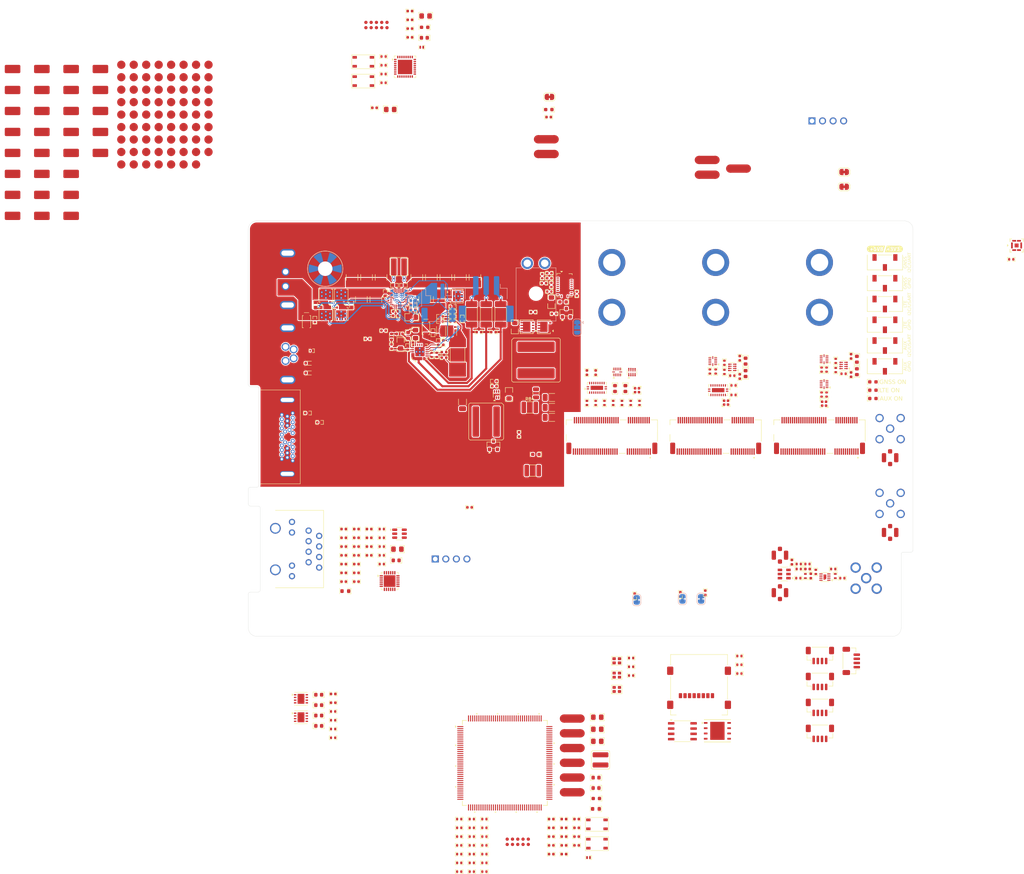
<source format=kicad_pcb>
(kicad_pcb (version 20241229) (generator "pcbnew") (generator_version "9.0")
  (title_block (title "Awohali Main Board") (date "2025-02-11") (rev "01") (comment 2 "PROTOTYPE") (comment 3 "2025"))
  (layers (0 "F.Cu" signal) (4 "In1.Cu" power) (6 "In2.Cu" mixed) (2 "B.Cu" signal) (13 "F.Paste" user) (15 "B.Paste" user) (5 "F.SilkS" user "F.Silkscreen") (7 "B.SilkS" user "B.Silkscreen") (1 "F.Mask" user) (3 "B.Mask" user) (25 "Edge.Cuts" user))
  (net 0 "")
  (net 1 "/RF Interface/GNSS_RF-IN")
  (net 2 "VSS")
  (net 3 "/RF Interface/LTE_RF-IN")
  (net 4 "/RF Interface/AUX_RF-IN")
  (net 5 "VDD")
  (net 6 "VDD_SMPS_OUT")
  (net 7 "VDDA")
  (net 8 "VDD_SMPS_IN")
  (net 9 "VCAP")
  (net 10 "VDD33USB")
  (net 11 "VBAT")
  (net 12 "/H7_NRST")
  (net 13 "Net-(C2-Pad2)")
  (net 14 "/EPS Controller/H7_BOOT0")
  (net 15 "+3V3")
  (net 16 "Net-(X1-EN)")
  (net 17 "Net-(X2-EN)")
  (net 18 "Net-(X3-EN)")
  (net 19 "/Ethernet/3V3_Ethernet")
  (net 20 "Net-(U4-VDDCR)")
  (net 21 "/GNSS Card/GPS_SIG_VCCA")
  (net 22 "/GNSS Card/GPS_GPIO_VCCA")
  (net 23 "/GNSS Card/GNSS_VDD")
  (net 24 "+1V8")
  (net 25 "/GNSS Card/GNSS_1V8")
  (net 26 "/LTE Card/LTE_SIG_VCCA")
  (net 27 "/LTE Card/LTE_GPIO_VCCA")
  (net 28 "/LTE Card/LTE_VDD")
  (net 29 "/LTE Card/LTE_1V8")
  (net 30 "/Auxiliary Card/AUX_SIG_VCCA")
  (net 31 "/Auxiliary Card/AUX_GPIO_VCCA")
  (net 32 "/Auxiliary Card/AUX_VDD")
  (net 33 "/Auxiliary Card/AUX_1V8")
  (net 34 "/RF Interface/LNA_RF-IN")
  (net 35 "/RF Interface/LNA_RF-GND")
  (net 36 "/RF Interface/LNA_FB")
  (net 37 "Net-(U7-VBIAS)")
  (net 38 "/RF Interface/LNA_RF-OUT")
  (net 39 "/RF Interface/RF-SPLIT_SUM")
  (net 40 "/RF Interface/LNA_RBIAS")
  (net 41 "/EPS Controller/L0_NRST")
  (net 42 "Net-(C89-Pad2)")
  (net 43 "/EPS Controller/L0_BOOT0")
  (net 44 "AGND")
  (net 45 "/EPS Controller/Battery Charger/PVIN")
  (net 46 "VBUS")
  (net 47 "/EPS Controller/Battery Charger/BTST1")
  (net 48 "/EPS Controller/Battery Charger/SW1")
  (net 49 "/EPS Controller/Battery Charger/BTST2")
  (net 50 "/EPS Controller/Battery Charger/SW2")
  (net 51 "/EPS Controller/Battery Charger/VCHG")
  (net 52 "GND")
  (net 53 "/EPS Controller/Battery Charger/REGN")
  (net 54 "/EPS Controller/Battery Charger/BATP")
  (net 55 "/EPS Controller/Battery Charger/PMID")
  (net 56 "VSYS")
  (net 57 "CHG-")
  (net 58 "/EPS Controller/Battery Charger/BAT")
  (net 59 "/EPS Controller/Battery Manager/VC5")
  (net 60 "/EPS Controller/Battery Manager/VC1")
  (net 61 "/EPS Controller/Battery Manager/VC0")
  (net 62 "/EPS Controller/Battery Manager/SRN")
  (net 63 "/EPS Controller/Battery Manager/SRP")
  (net 64 "/EPS Controller/Battery Manager/REGSRC")
  (net 65 "/EPS Controller/Battery Manager/REGOUT")
  (net 66 "Net-(C120-Pad2)")
  (net 67 "/EPS Controller/Battery Manager/DSG_S")
  (net 68 "Net-(C122-Pad2)")
  (net 69 "CHG+")
  (net 70 "/EPS Controller/Voltage Regulators/VDDA")
  (net 71 "/EPS Controller/Voltage Regulators/SW")
  (net 72 "/EPS Controller/Voltage Regulators/CBOOT")
  (net 73 "Net-(J30-Pin_2)")
  (net 74 "Net-(D1-Pad1)")
  (net 75 "/Ethernet/RXP")
  (net 76 "/Ethernet/RXN")
  (net 77 "/Ethernet/TXP")
  (net 78 "/Ethernet/TXN")
  (net 79 "Net-(D4-Pad2)")
  (net 80 "Net-(D7-Pad2)")
  (net 83 "Net-(D10-Pad2)")
  (net 88 "Net-(D13-Pad1)")
  (net 89 "Net-(D15-Pad1)")
  (net 90 "Net-(D15-Pad2)")
  (net 91 "Net-(D16-Pad2)")
  (net 92 "Net-(D16-Pad1)")
  (net 93 "Net-(D17-Pad1)")
  (net 94 "PACK+")
  (net 95 "/EPS Controller/Battery Manager/CHG_G")
  (net 96 "Net-(D21-Pad2)")
  (net 97 "Net-(D21-Pad1)")
  (net 98 "Net-(D22-Pad2)")
  (net 99 "Net-(D22-Pad1)")
  (net 101 "/STM32H745/H7_SWCLK")
  (net 103 "/STM32H745/H7_SWDIO")
  (net 105 "/Memory/SDMMC2.D1")
  (net 106 "/Memory/SDMMC2.D2")
  (net 107 "/Memory/SDMMC2.CMD")
  (net 108 "/Memory/SDMMC2.D0")
  (net 109 "/Memory/SDMMC2.D3")
  (net 110 "/Memory/SDMMC2.CLK")
  (net 111 "/GNSS Card/ZED_RXD_1V8")
  (net 112 "/GNSS Card/ZED_SDA_1V8")
  (net 113 "/GNSS Card/ZED_TX_RDY")
  (net 114 "/GNSS Card/ZED_SCL_1V8")
  (net 115 "/GNSS Card/ZED_INT")
  (net 116 "/GNSS Card/ZED_TXD_1V8")
  (net 117 "/GNSS Card/GNSS.RST")
  (net 118 "/GNSS Card/ZED_PPS")
  (net 119 "/LTE Card/SARA_NET_STS_1V8")
  (net 120 "/LTE Card/SARA_SDA_1V8")
  (net 121 "/LTE Card/SARA_TXD_1V8")
  (net 122 "/LTE Card/SARA_RXD_1V8")
  (net 123 "/LTE Card/SARA_SLEEP_1V8")
  (net 124 "/LTE Card/SARA_CTS_1V8")
  (net 125 "/LTE Card/SARA_RST_1V8")
  (net 126 "/LTE Card/SARA_SCL_1V8")
  (net 127 "/LTE Card/SARA_RTS_1V8")
  (net 128 "/LTE Card/SARA_MOD_STS_1V8")
  (net 129 "/Auxiliary Card/AUX_CTS_1V8")
  (net 130 "/Auxiliary Card/AUX_RTS_1V8")
  (net 131 "/Auxiliary Card/AUX_RXD_1V8")
  (net 132 "/Auxiliary Card/AUX_SCL_1V8")
  (net 133 "/Auxiliary Card/AUX_GPIO1_1V8")
  (net 134 "/Auxiliary Card/AUX_TXD_1V8")
  (net 135 "/Auxiliary Card/AUX.RST")
  (net 136 "/Auxiliary Card/AUX_GPIO3_1V8")
  (net 137 "/Auxiliary Card/AUX_SDA_1V8")
  (net 138 "/Auxiliary Card/AUX_GPIO2_1V8")
  (net 139 "/RF Interface/GNSS_CONN1")
  (net 140 "/RF Interface/GNSS_CONN2")
  (net 141 "/I2C1.SDA")
  (net 142 "/I2C1.SCL")
  (net 143 "/I2C2.SDA")
  (net 144 "/I2C2.SCL")
  (net 145 "/I2C3.SCL")
  (net 146 "/I2C3.SDA")
  (net 147 "/I2C4.SDA")
  (net 148 "/I2C4.SCL")
  (net 149 "/EPS.SCL")
  (net 150 "/EPS.SDA")
  (net 151 "/EPS Controller/L0_SWDCLK")
  (net 152 "/EPS Controller/L0_SWDIO")
  (net 153 "/EPS Controller/USB_FS.DP")
  (net 154 "/EPS Controller/USB_FS.DN")
  (net 155 "/EPS Controller/Battery Charger/CC1")
  (net 156 "/EPS Controller/Battery Charger/CC2")
  (net 157 "/EPS Controller/TS")
  (net 158 "PACK-")
  (net 159 "/EPS Controller/Battery Manager/1P")
  (net 160 "Net-(JP1-Pad1)")
  (net 161 "Net-(JP4-Pad1)")
  (net 162 "Net-(JP7-Pad1)")
  (net 163 "Net-(JP10-Pad2)")
  (net 164 "/EPS Controller/Voltage Regulators/PFM")
  (net 165 "Net-(JP13-Pad1)")
  (net 166 "/EPS Controller/Voltage Regulators/SW_1V8")
  (net 167 "/EPS Controller/Voltage Regulators/ISNS+")
  (net 168 "VFBSD")
  (net 169 "VDD_LDO")
  (net 170 "/EPS Controller/Battery Charger/SDRV")
  (net 171 "/EPS Controller/Battery Manager/DSG_G")
  (net 172 "Net-(Q6-Pad1)")
  (net 173 "/EPS Controller/Voltage Regulators/HO")
  (net 174 "/EPS Controller/Voltage Regulators/LO")
  (net 175 "/EPS Controller/PG_1V8")
  (net 176 "/EPS Controller/PG_3V3")
  (net 177 "Net-(U1C-VREF+)")
  (net 178 "/STM32H745/H7_LEDBUILTIN")
  (net 179 "/STM32H745/PDR_ON")
  (net 180 "/Ethernet/RXD0")
  (net 181 "/Ethernet/RMII.RXD0")
  (net 182 "/Ethernet/RMII.RXD1")
  (net 183 "/Ethernet/RXD1")
  (net 184 "/Ethernet/RXER")
  (net 185 "/Ethernet/CRS_DV")
  (net 186 "/Ethernet/RMII.CRS_DV")
  (net 187 "/Ethernet/RMII.REF_CLK")
  (net 188 "/Ethernet/REF_CLK")
  (net 189 "/Ethernet/RMII.MDIO")
  (net 190 "Net-(U4-RBIAS)")
  (net 191 "/Ethernet/LED2")
  (net 192 "/CANBus Transceivers/CANH")
  (net 193 "/CANBus Transceivers/CANL")
  (net 194 "/GNSS Card/ON1")
  (net 195 "/GNSS Card/GNSS.PWR_EN")
  (net 196 "/GNSS Card/ON2")
  (net 197 "/LTE Card/LTE.PWR_EN")
  (net 198 "/LTE Card/ON1")
  (net 199 "/LTE Card/ON2")
  (net 200 "/Auxiliary Card/AUX.PWR_EN")
  (net 201 "/Auxiliary Card/ON1")
  (net 202 "/Auxiliary Card/ON2")
  (net 203 "/RF Interface/LNA_BIAS")
  (net 204 "/RF Interface/RF-SPLIT_50R")
  (net 205 "/EPS Controller/LED_BUILTIN")
  (net 206 "/EPS Controller/Battery Charger/ACDRV1")
  (net 207 "/EPS Controller/Battery Charger/ACDRV2")
  (net 208 "/EPS Controller/Battery Charger/PROG")
  (net 209 "/EPS Controller/BAT_CHG_INT")
  (net 210 "/EPS Controller/Battery Charger/ILIM_HZ")
  (net 211 "/EPS Controller/Battery Manager/DSG")
  (net 212 "/EPS Controller/Battery Manager/CHG")
  (net 213 "/EPS Controller/Voltage Regulators/RT")
  (net 214 "/EPS Controller/Voltage Regulators/FB_1V8")
  (net 215 "/Memory/QSPI1.NCS")
  (net 216 "/Memory/QSPI1.CLK")
  (net 217 "/Memory/QSPI1.IO0")
  (net 218 "/Memory/QSPI1.IO1")
  (net 219 "/Memory/QSPI1.IO2")
  (net 220 "/Memory/QSPI1.IO3")
  (net 221 "/CANBus Transceivers/FDCAN1_TX")
  (net 222 "/CANBus Transceivers/FDCAN1_RX")
  (net 223 "/CAN_TXD")
  (net 224 "/CAN_RXD")
  (net 225 "/GNSS Card/UART5.RX")
  (net 226 "/GNSS Card/UART5.TX")
  (net 227 "/LTE Card/USART3.TX")
  (net 228 "/LTE Card/USART3.RX")
  (net 229 "/LTE Card/USART3.CTS")
  (net 230 "/LTE Card/USART3.RTS")
  (net 231 "/Auxiliary Card/USART6.TX")
  (net 232 "/Auxiliary Card/USART6.RX")
  (net 233 "/Auxiliary Card/USART6.CTS")
  (net 234 "/Auxiliary Card/USART6.RTS")
  (net 235 "/EPS Controller/UART4.RX")
  (net 236 "/EPS Controller/UART4.TX")
  (net 237 "/Ethernet/RMII.TX_EN")
  (net 241 "/CANBus Transceivers/H7_CAN_STB")
  (net 242 "/Ethernet/RMII.TXD0")
  (net 247 "/GNSS Card/GNSS.PPS")
  (net 251 "/Auxiliary Card/AUX.GPIO2")
  (net 254 "/Memory/EEPROM_WC")
  (net 255 "/LTE Card/LTE.NET_STS")
  (net 260 "/Ethernet/RMII.TXD1")
  (net 261 "/Auxiliary Card/AUX.GPIO1")
  (net 262 "/LTE Card/LTE.RST")
  (net 265 "/STM32H745/32768Hz")
  (net 268 "/Auxiliary Card/AUX.GPIO3")
  (net 271 "/LTE Card/LTE.MOD_STS")
  (net 272 "/STM32H745/25MHz")
  (net 274 "/GNSS Card/GNSS.INT")
  (net 278 "/LTE Card/LTE.SLEEP")
  (net 279 "/Ethernet/RMII.MDC")
  (net 283 "/GNSS Card/GNSS.TX_RDY")
  (net 286 "/Ethernet/LED1")
  (net 287 "/Ethernet/25MHz_Ethernet")
  (net 288 "/CAN_STB")
  (net 289 "/EPS Controller/EN_1V8")
  (net 290 "/EPS Controller/~{QON}")
  (net 291 "/EPS Controller/BAL_ALERT")
  (net 292 "/EPS Controller/~{CE}")
  (net 293 "Net-(U21-BAT)")
  (net 294 "Net-(U22-VCC)")
  (net 295 "Net-(U22-EXTCOMP)")
  (net 296 "Net-(J31-Pin_2)")
  (net 297 "Net-(U20-STAT)")
  (net 299 "Net-(J4-LED(Yellow)_K)")
  (net 303 "Net-(J4-LED(Green)_K)")
  (net 319 "Net-(U22-CNFG)")
  (net 320 "Net-(U10-VBIAS)")
  (net 321 "Net-(U13-VBIAS)")
  (net 331 "Net-(C78-Pad2)")
  (net 332 "Net-(C116-Pad2)")
  (net 333 "Net-(C132-Pad1)")
  (net 334 "Net-(D19-Pad1)")
  (net 381 "Net-(J8-SHIELD-PadS1)")
  (net 420 "Net-(J11-SHIELD-PadS1)")
  (net 461 "Net-(JP11-Pad1)")
  (net 462 "/GNSS Card/ZED_TXD_3V3")
  (net 463 "/GNSS Card/ZED_RXD_3V3")
  (net 464 "/LTE Card/SARA_RXD_3V3")
  (net 465 "/LTE Card/SARA_TXD_3V3")
  (net 466 "/Auxiliary Card/AUX_TXD_3V3")
  (net 467 "/Auxiliary Card/AUX_RXD_3V3")
  (footprint "lib_misc:TP_2mm" (layer "F.Cu") (at 60.4 18.4)
    (property "Reference" "TP91" (hide yes))
    (property "Value" "~" (hide yes))
  )
  (footprint "lib_passives:CRCW0402" (layer "F.Cu") (at 100.365 22.77)
    (property "Reference" "R56" (hide yes))
    (property "Value" "100R" (hide yes))
  )
  (footprint "lib_ICs:WFDFN8P127_600X500X75L60X40N" (layer "F.Cu") (at 182.915 172.7609)
    (property "Reference" "U2" (hide yes))
    (property "Value" "W25Q128JVP" (hide yes))
  )
  (footprint "lib_passives:CRCW0402" (layer "F.Cu") (at 145.97 202.445)
    (property "Reference" "R10" (hide yes))
    (property "Value" "4K7" (hide yes))
  )
  (footprint "lib_passives:GCM0402" (layer "F.Cu") (at 123.785 198.225)
    (property "Reference" "C13" (hide yes))
    (property "Value" "100nF" (hide yes))
  )
  (footprint "lib_misc:TP_2mm" (layer "F.Cu") (at 48.4 30.4)
    (property "Reference" "TP43" (hide yes))
    (property "Value" "~" (hide yes))
  )
  (footprint "lib_misc:MountingHole_3.5mm_Pad_Via" (layer "F.Cu") (at 207.5 72 90)
    (property "Reference" "J6" (hide yes))
    (property "Value" "M.2 Standoff" (hide yes))
  )
  (footprint "lib_misc:TP_2mm" (layer "F.Cu") (at 48.4 36.4)
    (property "Reference" "TP45" (hide yes))
    (property "Value" "~" (hide yes))
  )
  (footprint "lib_passives:GCM0402" (layer "F.Cu") (at 102.115 128.4)
    (property "Reference" "C36" (hide yes))
    (property "Value" "100nF" (hide yes))
  )
  (footprint "lib_ICs:QFN40P400X400X100-29" (layer "F.Cu") (at 106.25 68.5)
    (property "Reference" "U20" (hide yes))
    (property "Value" "BQ25798" (hide yes))
  )
  (footprint "lib_misc:MountingHole_3.5mm_Pad_Via" (layer "F.Cu") (at 157.5 60 90)
    (property "Reference" "J12" (hide yes))
    (property "Value" "M.2 Standoff" (hide yes))
  )
  (footprint "kibuzzard-67E082B6" (layer "F.Cu") (at 225.4 56.75)
    (property "Reference" "kibuzzard-67E082B6" (hide yes))
    (property "Value" "G***" (hide yes))
  )
  (footprint "lib_ICs:CCLGA7_LPS28DFWTR" (layer "F.Cu") (at 254.9483 55.9)
    (property "Reference" "U18" (hide yes))
    (property "Value" "LPS28DFW" (hide yes))
  )
  (footprint "lib_misc:TP_2mm" (layer "F.Cu") (at 48.4 27.4)
    (property "Reference" "TP42" (hide yes))
    (property "Value" "~" (hide yes))
  )
  (footprint "lib_passives:CRCW0402" (layer "F.Cu") (at 92.95 132.62)
    (property "Reference" "R19" (hide yes))
    (property "Value" "10K" (hide yes))
  )
  (footprint "lib_passives:CRCW0402" (layer "F.Cu") (at 163 140.25 90)
    (property "Reference" "R38" (hide yes))
    (property "Value" "150R" (hide yes))
  )
  (footprint "lib_passives:GRT1210" (layer "F.Cu") (at 121.05 63.6 90)
    (property "Reference" "C103" (hide yes))
    (property "Value" "10uF" (hide yes))
  )
  (footprint "lib_passives:CRCW0402" (layer "F.Cu") (at 104.45 80.25 -90)
    (property "Reference" "R76" (hide yes))
    (property "Value" "100R" (hide yes))
  )
  (footprint "lib_passives:GCM0402" (layer "F.Cu") (at 102.115 124.18)
    (property "Reference" "C34" (hide yes))
    (property "Value" "100nF" (hide yes))
  )
  (footprint "lib_passives:GCM0402" (layer "F.Cu") (at 129 76.75 180)
    (property "Reference" "C111" (hide yes))
    (property "Value" "220nF" (hide yes))
  )
  (footprint "lib_ICs:QFN50P450X250X100-20" (layer "F.Cu") (at 183.1 90.75 -90)
    (property "Reference" "U11" (hide yes))
    (property "Value" "TXS0108EQWRKSRQ1" (hide yes))
  )
  (footprint "lib_passives:GCM0402" (layer "F.Cu") (at 153.61 93.82 90)
    (property "Reference" "C68" (hide yes))
    (property "Value" "100nF" (hide yes))
  )
  (footprint "lib_passives:GCM0402" (layer "F.Cu") (at 155.72 93.82 90)
    (property "Reference" "C69" (hide yes))
    (property "Value" "100nF" (hide yes))
  )
  (footprint "lib_passives:CRCW0402" (layer "F.Cu") (at 188.3 87.45 90)
    (property "Reference" "R42" (hide yes))
    (property "Value" "10K" (hide yes))
  )
  (footprint "lib_passives:CRCW0402" (layer "F.Cu") (at 215.1 87 90)
    (property "Reference" "R36" (hide yes))
    (property "Value" "10K" (hide yes))
  )
  (footprint "lib_connectors:JST_SH_BM04B-SRSS-TB" (layer "F.Cu") (at 207.6 167.125)
    (property "Reference" "J22" (hide yes))
    (property "Value" "STEMMA-QT" (hide yes))
  )
  (footprint "lib_passives:CRCW0402" (layer "F.Cu") (at 149.03 198.225)
    (property "Reference" "R13" (hide yes))
    (property "Value" "4K7" (hide yes))
  )
  (footprint "lib_misc:TP_RCW" (layer "F.Cu") (at 27.325 13.425)
    (property "Reference" "TP67" (hide yes))
    (property "Value" "RCWCTE" (hide yes))
  )
  (footprint "lib_switches:JS102011JCQN" (layer "F.Cu") (at 223.25 60 180)
    (property "Reference" "SW3" (hide yes))
    (property "Value" "JS102011JCQN" (hide yes))
  )
  (footprint "lib_switches:JS102011JCQN" (layer "F.Cu") (at 223.25 65 180)
    (property "Reference" "SW4" (hide yes))
    (property "Value" "JS102011JCQN" (hide yes))
  )
  (footprint "lib_misc:NetTie-2_SMD_Pad2.0mm" (layer "F.Cu") (at 141.73 30.34)
    (property "Reference" "NT7" (hide yes))
    (property "Value" "NetTie")
  )
  (footprint "lib_misc:TP_2mm" (layer "F.Cu") (at 54.4 12.4)
    (property "Reference" "TP59" (hide yes))
    (property "Value" "~" (hide yes))
  )
  (footprint "lib_passives:GCM0402" (layer "F.Cu") (at 164.16 93.82 90)
    (property "Reference" "C74" (hide yes))
    (property "Value" "100nF" (hide yes))
  )
  (footprint "lib_passives:GRT0603" (layer "F.Cu") (at 86.935 166.575)
    (property "Reference" "C41" (hide yes))
    (property "Value" "1uF" (hide yes))
  )
  (footprint "lib_passives:GCM0402" (layer "F.Cu") (at 126.815 204.555)
    (property "Reference" "C25" (hide yes))
    (property "Value" "100nF" (hide yes))
  )
  (footprint "lib_misc:TP_2mm" (layer "F.Cu") (at 42.4 36.4)
    (property "Reference" "TP21" (hide yes))
    (property "Value" "~" (hide yes))
  )
  (footprint "lib_passives:CRCW0402" (layer "F.Cu") (at 99.07 130.51)
    (property "Reference" "R32" (hide yes))
    (property "Value" "270R" (hide yes))
  )
  (footprint "lib_passives:GCM0402" (layer "F.Cu") (at 184.6 86.35 -90)
    (property "Reference" "C60" (hide yes))
    (property "Value" "100nF" (hide yes))
  )
  (footprint "lib_passives:GCM0402" (layer "F.Cu") (at 209.2 91.8 -90)
    (property "Reference" "C53" (hide yes))
    (property "Value" "100nF" (hide yes))
  )
  (footprint "lib_misc:TP_2mm" (layer "F.Cu") (at 42.4 15.4)
    (property "Reference" "TP13" (hide yes))
    (property "Value" "~" (hide yes))
  )
  (footprint "lib_passives:L_0603" (layer "F.Cu") (at 153.675 191.555)
    (property "Reference" "L2" (hide yes))
    (property "Value" "Ferrite" (hide yes))
  )
  (footprint "lib_misc:TP_2mm" (layer "F.Cu") (at 51.4 21.4)
    (property "Reference" "TP53" (hide yes))
    (property "Value" "~" (hide yes))
  )
  (footprint "lib_passives:CRCW0402" (layer "F.Cu") (at 145.97 198.225)
    (property "Reference" "R8" (hide yes))
    (property "Value" "4K7" (hide yes))
  )
  (footprint "lib_passives:GCM0402" (layer "F.Cu") (at 86 73.9 -90)
    (property "Reference" "C90" (hide yes))
    (property "Value" "100nF" (hide yes))
  )
  (footprint "lib_misc:TP_2mm" (layer "F.Cu") (at 45.4 33.4)
    (property "Reference" "TP31" (hide yes))
    (property "Value" "~" (hide yes))
  )
  (footprint "lib_misc:TP_2mm" (layer "F.Cu") (at 51.4 24.4)
    (property "Reference" "TP54" (hide yes))
    (property "Value" "~" (hide yes))
  )
  (footprint "lib_misc:TP_RCW" (layer "F.Cu") (at 20.275 18.475)
    (property "Reference" "TP48" (hide yes))
    (property "Value" "RCWCTE" (hide yes))
  )
  (footprint "lib_passives:CRCW0402" (layer "F.Cu") (at 141.15 65 180)
    (property "Reference" "R88" (hide yes))
    (property "Value" "5k11" (hide yes))
  )
  (footprint "lib_passives:GCM0402" (layer "F.Cu") (at 120.755 206.665)
    (property "Reference" "C8" (hide yes))
    (property "Value" "100nF" (hide yes))
  )
  (footprint "lib_passives:GCM0402" (layer "F.Cu") (at 151.5 93.82 90)
    (property "Reference" "C67" (hide yes))
    (property "Value" "100nF" (hide yes))
  )
  (footprint "lib_passives:CRCW0402" (layer "F.Cu") (at 87.125 98.5)
    (property "Reference" "R65" (hide yes))
    (property "Value" "5K1" (hide yes))
  )
  (footprint "lib_passives:CRCW2010" (layer "F.Cu") (at 130.75 72.5 -90)
    (property "Reference" "R73" (hide yes))
    (property "Value" "10R" (hide yes))
  )
  (footprint "lib_misc:TP_2mm" (layer "F.Cu") (at 54.4 18.4)
    (property "Reference" "TP61" (hide yes))
    (property "Value" "~" (hide yes))
  )
  (footprint "lib_misc:TP_RCW" (layer "F.Cu") (at 20.275 13.425)
    (property "Reference" "TP35" (hide yes))
    (property "Value" "RCWCTE" (hide yes))
  )
  (footprint "lib_connectors:RFPC-SMA14-FN" (layer "F.Cu") (at 224.5 118 -90)
    (property "Reference" "AE2" (hide yes))
    (property "Value" "SMA" (hide yes))
  )
  (footprint "lib_passives:CRCW0402" (layer "F.Cu") (at 200.85 132.15 90)
    (property "Reference" "R55" (hide yes))
    (property "Value" "49R9" (hide yes))
  )
  (footprint "lib_passives:CRCW0402_QUAD_UART" (layer "F.Cu") (at 185 93.75 90)
    (property "Reference" "R41" (hide yes))
    (property "Value" "~" (hide yes))
  )
  (footprint "lib_misc:TP_2mm" (layer "F.Cu") (at 39.4 27.4)
    (property "Reference" "TP6" (hide yes))
    (property "Value" "~" (hide yes))
  )
  (footprint "lib_passives:GCM0402" (layer "F.Cu") (at 149.05 67.5375 -90)
    (property "Reference" "C124" (hide yes))
    (property "Value" "100nF" (hide yes))
  )
  (footprint "lib_connectors:RFPC-TNC01-FN" (layer "F.Cu") (at 218.735 136 -90)
    (property "Reference" "AE1" (hide yes))
    (property "Value" "TNC" (hide yes))
  )
  (footprint "lib_passives:GCM0402" (layer "F.Cu") (at 119.15 73 180)
    (property "Reference" "C120" (hide yes))
    (property "Value" "100nF" (hide yes))
  )
  (footprint "lib_connectors:CONMHF1" (layer "F.Cu") (at 197.975 139.5)
    (property "Reference" "J15" (hide yes))
    (property "Value" "CONMHF1-SMD-T" (hide yes))
  )
  (footprint "lib_passives:GCM0805" (layer "F.Cu") (at 154 175.28)
    (property "Reference" "C24" (hide yes))
    (property "Value" "10uF" (hide yes))
  )
  (footprint "lib_passives:L_0402" (layer "F.Cu") (at 204.1 135.5 -90)
    (property "Reference" "L4" (hide yes))
    (property "Value" "15nH" (hide yes))
  )
  (footprint "lib_passives:CRCW0402" (layer "F.Cu") (at 135.15 101.4 90)
    (property "Reference" "R93" (hide yes))
    (property "Value" "499K" (hide yes))
  )
  (footprint "lib_switches:JS102011JCQN" (layer "F.Cu") (at 223.25 75 180)
    (property "Reference" "SW6" (hide yes))
    (property "Value" "JS102011JCQN" (hide yes))
  )
  (footprint "lib_diodes:SOD523" (layer "F.Cu") (at 106.4 77.2 180)
    (property "Reference" "D18" (hide yes))
    (property "Value" "SDM20U40Q-7" (hide yes))
  )
  (footprint "lib_misc:TP_2mm" (layer "F.Cu") (at 39.4 36.4)
    (property "Reference" "TP11" (hide yes))
    (property "Value" "~" (hide yes))
  )
  (footprint "lib_passives:GCM0402" (layer "F.Cu") (at 213.3 86.8)
    (property "Reference" "C49" (hide yes))
    (property "Value" "100nF" (hide yes))
  )
  (footprint "lib_passives:GCM0402" (layer "F.Cu") (at 90.4 168.1)
    (property "Reference" "C42" (hide yes))
    (property "Value" "100nF" (hide yes))
  )
  (footprint "lib_passives:GRT0603" (layer "F.Cu") (at 160.765 90.355 90)
    (property "Reference" "C70" (hide yes))
    (property "Value" "1uF" (hide yes))
  )
  (footprint "lib_misc:MountingHole_3.5mm_Pad_Via" (layer "F.Cu") (at 182.5 60 180)
    (property "Reference" "J10" (hide yes))
    (property "Value" "M.2 Standoff" (hide yes))
  )
  (footprint "lib_ICs:SOT583" (layer "F.Cu") (at 213.3 84.8 180)
    (property "Reference" "U7" (hide yes))
    (property "Value" "TPS22996H-Q1" (hide yes))
  )
  (footprint "lib_ICs:QFN40P170X200X55-12" (layer "F.Cu") (at 208.6 89.3 180)
    (property "Reference" "U8" (hide yes))
    (property "Value" "TXS0104VxRUTR" (hide yes))
  )
  (footprint "lib_passives:GCM1206" (layer "F.Cu") (at 143.05 94.9)
    (property "Reference" "C127" (hide yes))
    (property "Value" "22uF" (hide yes))
  )
  (footprint "lib_ICs:SOT23" (layer "F.Cu") (at 129 104)
    (property "Reference" "Q11" (hide yes))
    (property "Value" "BSS138-7-F" (hide yes))
  )
  (footprint "lib_misc:TP_2mm" (layer "F.Cu") (at 42.4 24.4)
    (property "Reference" "TP17" (hide yes))
    (property "Value" "~" (hide yes))
  )
  (footprint "lib_misc:TP_2mm" (layer "F.Cu") (at 45.4 18.4)
    (property "Reference" "TP26" (hide yes))
    (property "Value" "~" (hide yes))
  )
  (footprint "lib_passives:GCM0402" (layer "F.Cu") (at 126.815 198.225)
    (property "Reference" "C20" (hide yes))
    (property "Value" "100nF" (hide yes))
  )
  (footprint "lib_misc:NetTie-2_SMD_Pad2.0mm" (layer "F.Cu") (at 147.975 180.455)
    (property "Reference" "NT4" (hide yes))
    (property "Value" "NetTie")
  )
  (footprint "lib_misc:NetTie-2_SMD_Pad2.0mm" (layer "F.Cu") (at 180.455 38.87)
    (property "Reference" "NT10" (hide yes))
    (property "Value" "NetTie")
  )
  (footprint "lib_misc:TP_RCW" (layer "F.Cu") (at 27.325 33.625)
    (property "Reference" "TP79" (hide yes))
    (property "Value" "RCWCTE" (hide yes))
  )
  (footprint "lib_passives:GRT1210" (layer "F.Cu") (at 114.05 63.6 90)
    (property "Reference" "C101" (hide yes))
    (property "Value" "10uF" (hide yes))
  )
  (footprint "lib_misc:TP_2mm" (layer "F.Cu") (at 60.4 12.4)
    (property "Reference" "TP88" (hide yes))
    (property "Value" "~" (hide yes))
  )
  (footprint "lib_misc:TP_2mm" (layer "F.Cu") (at 45.4 21.4)
    (property "Reference" "TP27" (hide yes))
    (property "Value" "~" (hide yes))
  )
  (footprint "lib_passives:CRCW0402" (layer "F.Cu") (at 106.05 72.3 90)
    (property "Reference" "R63" (hide yes))
    (property "Value" "294R" (hide yes))
  )
  (footprint "lib_connectors:M8AS-02PFFR-SF8001" (layer "F.Cu") (at 79.45 64 90)
    (property "Reference" "J25" (hide yes))
    (property "Value" "M8AS-02PFFR-SF8001" (hide yes))
  )
  (footprint "lib_misc:TP_2mm" (layer "F.Cu") (at 48.4 15.4)
    (property "Reference" "TP38" (hide yes))
    (property "Value" "~" (hide yes))
  )
  (footprint "lib_misc:TP_RCW" (layer "F.Cu") (at 13.225 28.575)
    (property "Reference" "TP22" (hide yes))
    (property "Value" "RCWCTE" (hide yes))
  )
  (footprint "lib_passives:GRT0603" (layer "F.Cu") (at 112.365 5.91)
    (property "Reference" "C85" (hide yes))
    (property "Value" "1uF" (hide yes))
  )
  (footprint "lib_ICs:SOIC127P600x175-8" (layer "F.Cu") (at 174.488 172.855)
    (property "Reference" "U3" (hide yes))
    (property "Value" "M24512-DRE" (hide yes))
  )
  (footprint "lib_passives:GRT0603" (layer "F.Cu") (at 189.7 83.75 90)
    (property "Reference" "C61" (hide yes))
    (property "Value" "1uF" (hide yes))
  )
  (footprint "lib_passives:GCM0402" (layer "F.Cu") (at 123.785 200.335)
    (property "Reference" "C14" (hide yes))
    (property "Value" "100nF" (hide yes))
  )
  (footprint "lib_passives:GCM0402" (layer "F.Cu") (at 123.785 196.115)
    (property "Reference" "C11" (hide yes))
    (property "Value" "100nF" (hide yes))
  )
  (footprint "lib_passives:GCM0402" (layer "F.Cu") (at 211.4 85.9 -90)
    (property "Reference" "C51" (hide yes))
    (property "Value" "100nF" (hide yes))
  )
  (footprint "lib_passives:GCM0402" (layer "F.Cu") (at 126.815 200.335)
    (property "Reference" "C22" (hide yes))
    (property "Value" "100nF" (hide yes))
  )
  (footprint "lib_passives:GRT1210" (layer "F.Cu") (at 94.95 63.6 90)
    (property "Reference" "C97" (hide yes))
    (property "Value" "10uF" (hide yes))
  )
  (footprint "lib_ICs:SOT2395P280X145-6" (layer "F.Cu") (at 106.38 125.3)
    (property "Reference" "D3" (hide yes))
    (property "Value" "USBLC6-4SC6" (hide yes))
  )
  (footprint "lib_misc:TP_RCW" (layer "F.Cu") (at 34.375 23.525)
    (property "Reference" "TP94" (hide yes))
    (property "Value" "RCWCTE" (hide yes))
  )
  (footprint "lib_passives:CRCW0402" (layer "F.Cu") (at 149.03 194.005)
    (property "Reference" "R11" (hide yes))
    (property "Value" "4K7" (hide yes))
  )
  (footprint "lib_ICs:SOT583" (layer "F.Cu") (at 186.5 85.25 180)
    (property "Reference" "U10" (hide yes))
    (property "Value" "TPS22996H-Q1" (hide yes))
  )
  (footprint "lib_passives:GCM0402" (layer "F.Cu") (at 253.6633 59.2516)
    (property "Reference" "C82" (hide yes))
    (property "Value" "100nF" (hide yes))
  )
  (footprint "lib_passives:CRCW0402" (layer "F.Cu") (at 92.95 136.84)
    (property "Reference" "R21" (hide yes))
    (property "Value" "10K" (hide yes))
  )
  (footprint "lib_passives:CRCW1210" (layer "F.Cu") (at 138.46 110.105)
    (property "Reference" "R91" (hide yes))
    (property "Value" "0R" (hide yes))
  )
  (footprint "lib_misc:TP_RCW" (layer "F.Cu") (at 20.275 33.625)
    (property "Reference" "TP51" (hide yes))
    (property "Value" "RCWCTE" (hide yes))
  )
  (footprint "lib_passives:GCM0402" (layer "F.Cu") (at 206.6 134.5 90)
    (property "Reference" "C78" (hide yes))
    (property "Value" "5.6pF" (hide yes))
  )
  (footprint "lib_misc:TP_2mm" (layer "F.Cu") (at 39.4 30.4)
    (property "Reference" "TP7" (hide yes))
    (property "Value" "~" (hide yes))
  )
  (footprint "lib_passives:L_0402" (layer "F.Cu") (at 211.3 135.495 90)
    (property "Reference" "L5" (hide yes))
    (property "Value" "6.8nH" (hide yes))
  )
  (footprint "lib_passives:GCM0805" (layer "F.Cu") (at 109.35 73.2 180)
    (property "Reference" "C110" (hide yes))
    (property "Value" "4.7uF" (hide yes))
  )
  (footprint "lib_misc:TP_2mm" (layer "F.Cu") (at 48.4 18.4)
    (property "Reference" "TP39" (hide yes))
    (property "Value" "~" (hide yes))
  )
  (footprint "lib_diodes:LTST-0603" (layer "F.Cu") (at 220.35 92.75 180)
    (property "Reference" "D10" (hide yes))
    (property "Value" "LTST-C191KGKT" (hide yes))
  )
  (footprint "lib_passives:GCM0402" (layer "F.Cu") (at 126.815 206.665)
    (property "Reference" "C26" (hide yes))
    (property "Value" "100nF" (hide yes))
  )
  (footprint "lib_passives:GCM0402" (layer "F.Cu") (at 213 136 180)
    (property "Reference" "C79" (hide yes))
    (property "Value" "9.1pF" (hide yes))
  )
  (footprint "lib_ICs:SON65P300X300X100-8" (layer "F.Cu") (at 82.665 169.5)
    (property "Reference" "U6" (hide yes))
    (property "Value" "TCAN3403-Q1" (hide yes))
  )
  (footprint "lib_misc:TP_2mm" (layer "F.Cu") (at 45.4 12.4)
    (property "Reference" "TP24" (hide yes))
    (property "Value" "~" (hide yes))
  )
  (footprint "lib_passives:CRCW0402" (layer "F.Cu") (at 138.55 71.9375)
    (property "Reference" "R86" (hide yes))
    (property "Value" "100K" (hide yes))
  )
  (footprint "lib_misc:TP_2mm" (layer "F.Cu") (at 54.4 36.4)
    (property "Reference" "TP71" (hide yes))
    (property "Value" "~" (hide yes))
  )
  (footprint "lib_passives:GCM0402" (layer "F.Cu") (at 186.8 89.6)
    (property "Reference" "C62" (hide yes))
    (property "Value" "100nF" (hide yes))
  )
  (footprint "lib_passives:GCM0402" (layer "F.Cu") (at 202.4 136 180)
    (property "Reference" "C80" (hide yes))
    (property "Value" "100pF" (hide yes))
  )
  (footprint "lib_misc:TP_2mm" (layer "F.Cu") (at 57.4 33.4)
    (property "Reference" "TP85" (hide yes))
    (property "Value" "~" (hide yes))
  )
  (footprint "lib_passives:GRT1210" (layer "F.Cu") (at 124.55 63.6 90)
    (property "Reference" "C104" (hide yes))
    (property "Value" "10uF" (hide yes))
  )
  (footprint "lib_passives:GCM0402" (layer "F.Cu") (at 119.15 74.2 180)
    (property "Reference" "C122" (hide yes))
    (property "Value" "100nF" (hide yes))
  )
  (footprint "lib_passives:GCM0402" (layer "F.Cu") (at 107.35 65.5 180)
    (property "Reference" "C99" (hide yes))
    (property "Value" "100nF" (hide yes))
  )
  (footprint "lib_passives:GCM0402" (layer "F.Cu") (at 184.6 84.15 90)
    (property "Reference" "C59" (hide yes))
    (property "Value" "100nF" (hide yes))
  )
  (footprint "lib_passives:GRT1210" (layer "F.Cu") (at 112.45 68.9 -90)
    (property "Reference" "C106" (hide yes))
    (property "Value" "10uF" (hide yes))
  )
  (footprint "lib_passives:GCM0402" (layer "F.Cu") (at 102.55 10.415)
    (property "Reference" "C86" (hide yes))
    (property "Value" "100nF" (hide yes))
  )
  (footprint "lib_passives:GCM0402" (layer "F.Cu") (at 90.4 172.32)
    (property "Reference" "C46" (hide yes))
    (property "Value" "100nF" (hide yes))
  )
  (footprint "lib_passives:CRCW0402" (layer "F.Cu") (at 96.01 130.51)
    (property "Reference" "R25" (hide yes))
    (property "Value" "33R" (hide yes))
  )
  (footprint "lib_passives:WE-XHMI-4030" (layer "F.Cu") (at 106.25 61 90)
    (property "Reference" "L6" (hide yes))
    (property "Value" "2.2uH" (hide yes))
  )
  (footprint "lib_passives:GCM0402" (layer "F.Cu") (at 123.785 204.555)
    (property "Reference" "C16" (hide yes))
    (property "Value" "100nF" (hide yes))
  )
  (footprint "lib_passives:GRT0603" (layer "F.Cu") (at 86.935 169.075)
    (property "Reference" "C44" (hide yes))
    (property "Value" "1uF" (hide yes))
  )
  (footprint "lib_misc:TP_RCW" (layer "F.Cu") (at 13.225 23.525)
    (property "Reference" "TP15" (hide yes))
    (property "Value" "RCWCTE" (hide yes))
  )
  (footprint "lib_passives:CRCW0402_QUAD_UART" (layer "F.Cu") (at 208.6 94)
    (property "Reference" "R35" (hide yes))
    (property "Value" "~" (hide yes))
  )
  (footprint "lib_misc:TP_2mm" (layer "F.Cu") (at 42.4 12.4)
    (property "Reference" "TP12" (hide yes))
    (property "Value" "~" (hide yes))
  )
  (footprint "lib_misc:MountingHole_3.5mm_Pad_Via" (layer "F.Cu") (at 157.5 72 90)
    (property "Reference" "J13" (hide yes))
    (property "Value" "M.2 Standoff" (hide yes))
  )
  (footprint "lib_diodes:SOD523" (layer "F.Cu") (at 84.5 86.6)
    (property "Reference" "D8" (hide yes))
    (property "Value" "ESD321DYAR" (hide yes))
  )
  (footprint "lib_crystals:ECS-2016MV" (layer "F.Cu") (at 158.7 159.35)
    (property "Reference" "X2" (hide yes))
    (property "Value" "ECS-2016MVQ" (hide yes))
  )
  (footprint "lib_misc:NetTie-2_SMD_Pad2.0mm" (layer "F.Cu") (at 147.975 173.355)
    (property "Reference" "NT2" (hide yes))
    (property "Value" "NetTie")
  )
  (footprint "lib_passives:GCM0402" (layer "F.Cu") (at 186.5 87.25)
    (property "Reference" "C58" (hide yes))
    (property "Value" "100nF" (hide yes))
  )
  (footprint "lib_passives:CRCW0402" (layer "F.Cu") (at 116.935 79.3 90)
    (property "Reference" "R78" (hide yes))
    (property "Value" "5K1" (hide yes))
  )
  (footprint "lib_misc:MountingHole_3.5mm_Pad_Via" (layer "F.Cu") (at 182.5 72 180)
    (property "Reference" "J9" (hide yes))
    (property "Value" "M.2 Standoff" (hide yes))
  )
  (footprint "lib_diodes:SOD523" (layer "F.Cu") (at 84.5 84.25)
    (property "Reference" "D6" (hide yes))
    (property "Value" "ESD321DYAR" (hide yes))
  )
  (footprint "lib_passives:CRCW0402" (layer "F.Cu") (at 123.25 118.9625)
    (property "Reference" "R90" (hide yes))
    (property "Value" "150R" (hide yes))
  )
  (footprint "lib_misc:TP_2mm" (layer "F.Cu") (at 51.4 27.4)
    (property "Reference" "TP55" (hide yes))
    (property "Value" "~" (hide yes))
  )
  (footprint "lib_connectors:conn_01x04_254_right_angle" (layer "F.Cu") (at 118.8 131.3875)
    (property "Reference" "J30" (hide yes))
    (property "Value" "Conn_01x04_Pin" (hide yes))
  )
  (footprint "lib_switches:PTS810" (layer "F.Cu") (at 153.925 195.275)
    (property "Reference" "SW1" (hide yes))
    (property "Value" "PTS810" (hide yes))
  )
  (footprint "lib_passives:GCM0402" (layer "F.Cu") (at 90.4 174.43)
    (property "Reference" "C47" (hide yes))
    (property "Value" "100nF" (hide yes))
  )
  (footprint "lib_switches:PTS810" (layer "F.Cu") (at 97.67 16.335)
    (property "Reference" "SW10" (hide yes))
    (property "Value" "PTS810" (hide yes))
  )
  (footprint "lib_misc:NetTie-2_SMD_Pad2.0mm" (layer "F.Cu") (at 147.975 187.555)
    (property "Reference" "NT6" (hide yes))
    (property "Value" "NetTie")
  )
  (footprint "lib_misc:TP_2mm" (layer "F.Cu") (at 39.4 12.4)
    (property "Reference" "TP1" (hide yes))
    (property "Value" "~" (hide yes))
  )
  (footprint "lib_passives:CRCW0402" (layer "F.Cu") (at 188.3 83.05 -90)
    (property "Reference" "R43" (hide yes))
    (property "Value" "10K" (hide yes))
  )
  (footprint "lib_passives:GCM0402" (layer "F.Cu") (at 108.35 80.5 90)
    (property "Reference" "C115" (hide yes))
    (property "Value" "100pF" (hide yes))
  )
  (footprint "lib_misc:TP_2mm" (layer "F.Cu") (at 45.4 15.4)
    (property "Reference" "TP25" (hide yes))
    (property "Value" "~" (hide yes))
  )
  (footprint "lib_passives:GCM0805" (layer "F.Cu") (at 112.665 0.66)
    (property "Reference" "C84" (hide yes))
    (property "Value" "4.7uF" (hide yes))
  )
  (footprint "lib_passives:GCM0402" (layer "F.Cu") (at 120.755 202.445)
    (property "Reference" "C6" (hide yes))
    (property "Value" "100nF" (hide yes))
  )
  (footprint "lib_misc:TP_2mm" (layer "F.Cu") (at 60.4 30.4)
    (property "Reference" "TP97" (hide yes))
    (property "Value" "~" (hide yes))
  )
  (footprint "lib_passives:CRCW0402" (layer "F.Cu") (at 142.91 202.445)
    (property "Reference" "R5" (hide yes))
    (property "Value" "0R" (hide yes))
  )
  (footprint "lib_passives:GRT1210" (layer "F.Cu") (at 101.95 63.6 90)
    (property "Reference" "C95" (hide yes))
    (property "Value" "10uF" (hide yes))
  )
  (footprint "lib_misc:NetTie-2_SMD_Pad2.0mm" (layer "F.Cu") (at 188 37.4)
    (property "Reference" "NT11" (hide yes))
    (property "Value" "NetTie")
  )
  (footprint "lib_misc:TP_RCW" (layer "F.Cu") (at 20.275 48.775)
    (property "Reference" "TP66" (hide yes))
    (property "Value" "RCWCTE" (hide yes))
  )
  (footprint "lib_passives:GRT1210" (layer "F.Cu") (at 115.95 68.9 -90)
    (property "Reference" "C107" (hide yes))
    (property "Value" "10uF" (hide yes))
  )
  (footprint "lib_switches:PTS810" (layer "F.Cu") (at 97.67 11.685)
    (property "Reference" "SW9" (hide yes))
    (property "Value" "PTS810" (hide yes))
  )
  (footprint "lib_connectors:MDT420E01001" (layer "F.Cu") (at 207.5 100.25 180)
    (property "Reference" "J5" (hide yes))
    (property "Value" "Bus_M.2_Socket_E" (hide yes))
  )
  (footprint "lib_misc:TP_RCW" (layer "F.Cu") (at 20.275 28.575)
    (property "Reference" "TP50" (hide yes))
    (property "Value" "RCWCTE" (hide yes))
  )
  (footprint "lib_diodes:XDFN2P65_100X60X50L50X25L" (layer "F.Cu") (at 151.885 203.275)
    (property "Reference" "D2" (hide yes))
    (property "Value" "D1213A-01LP4" (hide yes))
  )
  (footprint "lib_passives:GRT0603" (layer "F.Cu") (at 108.45 77.55 90)
    (property "Reference" "C117" (hide yes))
    (property "Value" "1uF" (hide yes))
  )
  (footprint "lib_misc:TP_2mm" (layer "F.Cu") (at 57.4 21.4)
    (property "Reference" "TP78" (hide yes))
    (property "Value" "~" (hide yes))
  )
  (footprint "lib_passives:GCM0805" (layer "F.Cu") (at 105.88 129.025)
    (property "Reference" "C33" (hide yes))
    (property "Value" "10uF" (hide yes))
  )
  (footprint "lib_ICs:LQFP-144" (layer "F.Cu") (at 131.74 180.4934)
    (property "Reference" "U1" (hide yes))
    (property "Value" "STM32H745ZIT6" (hide yes))
  )
  (footprint "lib_passives:CRCW0402" (layer "F.Cu") (at 99.07 124.18)
    (property "Reference" "R29" (hide yes))
    (property "Value" "33R" (hide yes))
  )
  (footprint "lib_passives:GCM0402" (layer "F.Cu") (at 204.6 132.6)
    (property "Reference" "C77" (hide yes))
    (property "Value" "9.1pF" (hide yes))
  )
  (footprint "lib_passives:CRCW0402" (layer "F.Cu") (at 96.01 128.4)
    (property "Reference" "R24" (hide yes))
    (property "Value" "33R" (hide yes))
  )
  (footprint "lib_ICs:QFN40P170X200X55-12" (layer "F.Cu") (at 208.6 83.3 180)
    (property "Reference" "U9" (hide yes))
    (property "Value" "TXS0104VxRUTR" (hide yes))
  )
  (footprint "lib_misc:TP_2mm" (layer "F.Cu") (at 57.4 12.4)
    (property "Reference" "TP72" (hide yes))
    (property "Value" "~" (hide yes))
  )
  (footprint "lib_passives:CRCW0805" (layer "F.Cu") (at 139.25 91.5 -90)
    (property "Reference" "R85" (hide yes))
    (property "Value" "25mR" (hide yes))
  )
  (footprint "lib_ICs:SOT583" (layer "F.Cu") (at 162.34 86.405 90)
    (property "Reference" "U13" (hide yes))
    (property "Value" "TPS22996H-Q1" (hide yes))
  )
  (footprint "lib_passives:WE-XHMI-1090" (layer "F.Cu") (at 139.25 83.5)
    (property "Reference" "L7" (hide yes))
    (property "Value" "6.8uH" (hide yes))
  )
  (footprint "lib_misc:TP_2mm" (layer "F.Cu") (at 45.4 27.4)
    (property "Reference" "TP29" (hide yes))
    (property "Value" "~" (hide yes))
  )
  (footprint "lib_passives:GCM0402" (layer "F.Cu") (at 209.2 85.8 -90)
    (property "Reference" "C55" (hide yes))
    (property "Value" "100nF" (hide yes))
  )
  (footprint "lib_misc:TP_2mm" (layer "F.Cu") (at 48.4 24.4)
    (property "Reference" "TP41" (hide yes))
    (property "Value" "~" (hide yes))
  )
  (footprint "lib_passives:GCM1206" (layer "F.Cu") (at 143.05 97.3)
    (property "Reference" "C128" (hide yes))
    (property "Value" "22uF" (hide yes))
  )
  (footprint "lib_misc:TP_2mm" (layer "F.Cu") (at 51.4 15.4)
    (property "Reference" "TP47" (hide yes))
    (property "Value" "~" (hide yes))
  )
  (footprint "lib_passives:CRCW0402" (layer "F.Cu") (at 96.01 124.18)
    (property "Reference" "R22" (hide yes))
    (property "Value" "10K" (hide yes))
  )
  (footprint "lib_ICs:SON65P300X315X90-8" (layer "F.Cu") (at 92.35 72.4 -90)
    (property "Reference" "Q3" (hide yes))
    (property "Value" "CSD17581Q3A" (hide yes))
  )
  (footprint "lib_passives:GCM0402" (layer "F.Cu") (at 140.75 63.3 90)
    (property "Reference" "C132" (hide yes))
    (property "Value" "3.9nF" (hide yes))
  )
  (footprint "lib_passives:GCM0402" (layer "F.Cu") (at 115.35 82.25 90)
    (property "Reference" "C118" (hide yes))
    (property "Value" "100nF" (hide yes))
  )
  (footprint "lib_passives:GCM0402" (layer "F.Cu") (at 120.755 200.335)
    (property "Reference" "C5" (hide yes))
    (property "Value" "100nF" (hide yes))
  )
  (footprint "lib_passives:CRCW2010" (layer "F.Cu") (at 123.75 72.5 -90)
    (property "Reference" "R75" (hide yes))
    (property "Value" "10R" (hide yes))
  )
  (footprint "lib_passives:GCM0402" (layer "F.Cu") (at 208 85.8 -90)
    (property "Reference" "C56" (hide yes))
    (property "Value" "100nF" (hide yes))
  )
  (footprint "lib_misc:NetTie-2_SMD_Pad2.0mm" (layer "F.Cu") (at 147.975 176.905)
    (property "Reference" "NT3" (hide yes))
    (property "Value" "NetTie")
  )
  (footprint "lib_misc:TP_RCW" (layer "F.Cu") (at 34.375 28.575)
    (property "Reference" "TP99" (hide yes))
    (property "Value" "RCWCTE" (hide yes))
  )
  (footprint "lib_passives:CRCW0402" (layer "F.Cu") (at 96.01 132.62)
    (property "Reference" "R26" (hide yes))
    (property "Value" "10K" (hide yes))
  )
  (footprint "lib_misc:TP_2mm" (layer "F.Cu") (at 51.4 18.4)
    (property "Reference" "TP52" (hide yes))
    (property "Value" "~" (hide yes))
  )
  (footprint "lib_misc:SolderJumper-2_P1.3mm_Bridged_RoundedPad1.0x1.5mm" (layer "F.Cu") (at 213.43 41.77)
    (property "Reference" "JP13" (hide yes))
    (property "Value" "~")
  )
  (footprint "lib_connectors:MDT420E01001" (layer "F.Cu") (at 182.5 100.25 180)
    (property "Reference" "J8" (hide yes))
    (property "Value" "Bus_M.2_Socket_E" (hide yes))
  )
  (footprint "lib_passives:GRT1210" (layer "F.Cu") (at 100.7 68.9 -90)
    (property "Reference" "C91" (hide yes))
    (property "Value" "10uF" (hide yes))
  )
  (footprint "lib_misc:TP_2mm" (layer "F.Cu") (at 39.4 21.4)
    (property "Reference" "TP4" (hide yes))
    (property "Value" "~" (hide yes))
  )
  (footprint "lib_passives:GRT0603" (layer "F.Cu") (at 105.58 131.725)
    (property "Reference" "C38" (hide yes))
    (property "Value" "1uF" (hide yes))
  )
  (footprint "lib_passives:GRT0603" (layer "F.Cu") (at 189.7 86.75 -90)
    (property "Reference" "C57" (hide yes))
    (property "Value" "1uF" (hide yes))
  )
  (footprint "lib_passives:GCM0402" (layer "F.Cu") (at 102.115 130.51)
    (property "Reference" "C37" (hide yes))
    (property "Value" "470pF" (hide yes))
  )
  (footprint "kibuzzard-67E082BE" (layer "F.Cu") (at 221.1 56.75)
    (property "Reference" "kibuzzard-67E082BE" (hide yes))
    (property "Value" "G***" (hide yes))
  )
  (footprint "lib_misc:TP_RCW" (layer "F.Cu") (at 27.325 28.575)
    (property "Reference" "TP76" (hide yes))
    (property "Value" "RCWCTE" (hide yes))
  )
  (footprint "lib_passives:CRCW0402" (layer "F.Cu") (at 145.97 196.115)
    (property "Reference" "R7" (hide yes))
    (property "Value" "4K7" (hide yes))
  )
  (footprint "lib_passives:GCM0402" (layer "F.Cu") (at 105.15 65.5)
    (property "Reference" "C94" (hide yes))
    (property "Value" "100nF" (hide yes))
  )
  (footprint "lib_misc:TP_2mm" (layer "F.Cu") (at 60.4 33.4)
    (property "Reference" "TP98" (hide yes))
    (property "Value" "~" (hide yes))
  )
  (footprint "lib_misc:M4.5-MH" (layer "F.Cu") (at 88.5 61.5)
    (property "Reference" "J1" (hide yes))
    (property "Value" "Chassis Ground Strap" (hide yes))
  )
  (footprint "lib_passives:CRCW0402" (layer "F.Cu") (at 129.225 89.8)
    (property "Reference" "R92" (hide yes))
    (property "Value" "200K" (hide yes))
  )
  (footprint "lib_ICs:QFN40P170X200X55-12" (layer "F.Cu") (at 181.8 83.75 180)
    (property "Reference" "U12" (hide yes))
    (property "Value" "TXS0104VxRUTR" (hide yes))
  )
  (footprint "lib_diodes:LTST-0603" (layer "F.Cu") (at 139.21 106.205)
    (property "Reference" "D22" (hide yes))
    (property "Value" "LTST-C191KRKT" (hide yes))
  )
  (footprint "lib_misc:TP_RCW" (layer "F.Cu") (at 27.325 23.525)
    (property "Reference" "TP75" (hide yes))
    (property "Value" "RCWCTE" (hide yes))
  )
  (footprint "lib_passives:GCM0805" (layer "F.Cu") (at 154 172.38)
    (property "Reference" "C21" (hide yes))
    (property "Value" "4.7uF" (hide yes))
  )
  (footprint "lib_misc:TP_2mm" (layer "F.Cu") (at 57.4 15.4)
    (property "Reference" "TP73" (hide yes))
    (property "Value" "~" (hide yes))
  )
  (footprint "lib_misc:TP_2mm" (layer "F.Cu") (at 42.4 21.4)
    (property "Reference" "TP16" (hide yes))
    (property "Value" "~" (hide yes))
  )
  (footprint "lib_passives:CRCW0402" (layer "F.Cu") (at 117.1 81.6 180)
    (property "Reference" "R81" (hide yes))
    (property "Value" "100R" (hide yes))
  )
  (footprint "lib_ICs:SON65P300X315X90-8" (layer "F.Cu") (at 88.65 68 90)
    (property "Reference" "Q2" (hide yes))
    (property "Value" "CSD17581Q3A" (hide yes))
  )
  (footprint "lib_passives:CRCW0402" (layer "F.Cu") (at 108.885 1.585)
    (property "Reference" "R58" (hide yes))
    (property "Value" "4K7" (hide yes))
  )
  (footprint "lib_misc:TP_2mm" (layer "F.Cu") (at 42.4 27.4)
    (property "Reference" "TP18" (hide yes))
    (property "Value" "~" (hide yes))
  )
  (footprint "lib_passives:GRT0603" (layer "F.Cu") (at 158.265 90.355 90)
    (property "Reference" "C66" (hide yes))
    (property "Value" "1uF" (hide yes))
  )
  (footprint "lib_misc:TP_2mm" (layer "F.Cu") (at 42.4 33.4)
    (property "Reference" "TP20" (hide yes))
    (property "Value" "~" (hide yes))
  )
  (footprint "lib_diodes:LTST-0603" (layer "F.Cu") (at 142.33 23.19)
    (property "Reference" "D17" (hide yes))
    (property "Value" "LTST-C191KGKT" (hide yes))
  )
  (footprint "lib_misc:TP_RCW" (layer "F.Cu") (at 34.375 33.625)
    (property "Reference" "TP100" (hide yes))
    (property "Value" "RCWCTE" (hide yes))
  )
  (footprint "lib_passives:GCM0402" (layer "F.Cu") (at 162.14 157.34)
    (property "Reference" "C31" (hide yes))
    (property "Value" "100nF" (hide yes))
  )
  (footprint "lib_ICs:SOT23" (layer "F.Cu") (at 146.55 72.1)
    (property "Reference" "Q10" (hide yes))
    (property "Value" "BSS138-7-F" (hide yes))
  )
  (footprint "lib_passives:GCM0402" (layer "F.Cu") (at 211.4 83.7 90)
    (property "Reference" "C50" (hide yes))
    (property "Value" "100nF" (hide yes))
  )
  (footprint "lib_connectors:JST_SH_BM04B-SRSS-TB" (layer "F.Cu") (at 215.15 155.925 90)
    (property "Reference" "J19" (hide yes))
    (property "Value" "STEMMA-QT" (hide yes))
  )
  (footprint "lib_passives:CRCW0402" (layer "F.Cu") (at 215.1 82.6 -90)
    (property "Reference" "R37" (hide yes))
    (property "Value" "10K" (hide yes))
  )
  (footprint "lib_passives:GCM0402" (layer "F.Cu") (at 120.755 194.005)
    (property "Reference" "C1" (hide yes))
    (property "Value" "100nF" (hide yes))
  )
  (footprint "lib_passives:CRCW0402" (layer "F.Cu") (at 145.97 194.005)
    (property "Reference" "R6" (hide yes))
    (property "Value" "4K7" (hide yes))
  )
  (footprint "lib_passives:CRCW0402" (layer "F.Cu") (at 142.3 25)
    (property "Reference" "R67" (hide yes))
    (property "Value" "2K2" (hide yes))
  )
  (footprint "lib_passives:CRCW0402" (layer "F.Cu") (at 149.03 196.115)
    (property "Reference" "R12" (hide yes))
    (property "Value" "4K7" (hide yes))
  )
  (footprint "lib_misc:TP_2mm" (layer "F.Cu") (at 48.4 21.4)
    (property "Reference" "TP40" (hide yes))
    (property "Value" "~" (hide yes))
  )
  (footprint "lib_misc:TP_2mm" (layer "F.Cu") (at 60.4 27.4)
    (property "Reference" "TP96" (hide yes))
    (property "Value" "~" (hide yes))
  )
  (footprint "lib_passives:GRT0603" (layer "F.Cu") (at 216.5 86.3 -90)
    (property "Reference" "C48" (hide yes))
    (property "Value" "1uF" (hide yes))
  )
  (footprint "lib_passives:GCM0402" (layer "F.Cu") (at 102.115 132.62)
    (property "Reference" "C39" (hide yes))
    (property "Value" "100nF" (hide yes))
  )
  (footprint "lib_passives:GCM0402" (layer "F.Cu") (at 142.45 67 180)
    (property "Reference" "C130" (hide yes))
    (property "Value" "100nF" (hide yes))
  )
  (footprint "lib_connectors:JST_SH_BM04B-SRSS-TB" (layer "F.Cu") (at 207.6 154.625)
    (property "Reference" "J20" (hide yes))
    (property "Value" "STEMMA-QT" (hide yes))
  )
  (footprint "lib_passives:CRCW0402" (layer "F.Cu") (at 92.95 130.51)
    (property "Reference" "R18" (hide yes))
    (property "Value" "41K2" (hide yes))
  )
  (footprint "lib_passives:GCM0805" (layer "F.Cu") (at 132.75 91.8 90)
    (property "Reference" "C133" (hide yes))
    (property "Value" "10uF" (hide yes))
  )
  (footprint "lib_connectors:CONMHF1" (layer "F.Cu") (at 197.975 130.48 180)
    (property "Reference" "J14" (hide yes))
    (property "Value" "CONMHF1-SMD-T" (hide yes))
  )
  (footprint "lib_passives:GRT1210" (layer "F.Cu") (at 110.55 63.6 90)
    (property "Reference" "C100" (hide yes))
    (property "Value" "10uF" (hide yes))
  )
  (footprint "lib_misc:SolderJumper-2_P1.3mm_Bridged_RoundedPad1.0x1.5mm" (layer "F.Cu") (at 213.43 38.22)
    (property "Reference" "JP11" (hide yes))
    (property "Value" "~")
  )
  (footprint "lib_passives:GRT1210" (layer "F.Cu") (at 117.55 63.6 90)
    (property "Reference" "C102" (hide yes))
    (property "Value" "10uF" (hide yes))
  )
  (footprint "lib_misc:TP_2mm" (layer "F.Cu") (at 54.4 27.4)
    (property "Reference" "TP68" (hide yes))
    (property "Value" "~" (hide yes))
  )
  (footprint "lib_passives:GCM0402" (layer "F.Cu") (at 102.95 67.5 -90)
    (property "Reference" "C93" (hide yes))
    (property "Value" "100nF" (hide yes))
  )
  (footprint "lib_passives:WSL2512-HP" (layer "F.Cu") (at 120.35 82.25 90)
    (property "Reference" "R80" (hide yes))
    (property "Value" "25mR" (hide yes))
  )
  (footprint "lib_passives:CRCW0402" (layer "F.Cu") (at 90.415 163.88)
    (property "Reference" "R33" (hide yes))
    (property "Value" "120R" (hide yes))
  )
  (footprint "lib_misc:TP_2mm" (layer "F.Cu") (at 42.4 18.4)
    (property "Reference" "TP14" (hide yes))
    (property "Value" "~" (hide yes))
  )
  (footprint "lib_passives:GCM0402" (layer "F.Cu") (at 210.8 133.8 180)
    (property "Reference" "C81" (hide yes))
    (property "Value" "100pF" (hide yes))
  )
  (footprint "lib_passives:CRCW1210" (layer "F.Cu") (at 137.75 94.9)
    (property "Reference" "R84")
    (property "Value" "0R" (hide yes))
  )
  (footprint "lib_passives:GCM0402" (layer "F.Cu") (at 202.5 132.6 180)
    (property "Reference" "C76" (hide yes))
    (property "Value" "100nF" (hide yes))
  )
  (footprint "lib_passives:CRCW0402" (layer "F.Cu") (at 142.45 62.6 180)
    (property "Reference" "R89" (hide yes))
    (property "Value" "41K2" (hide yes))
  )
  (footprint "lib_passives:GCM0402" (layer "F.Cu") (at 188.21 156.86)
    (property "Reference" "C28" (hide yes))
    (property "Value" "100nF" (hide yes))
  )
  (footprint "lib_misc:TP_2mm" (layer "F.Cu") (at 57.4 24.4)
    (property "Reference" "TP80" (hide yes))
    (property "Value" "~" (hide yes))
  )
  (footprint "lib_diodes:LTST-0603" (layer "F.Cu") (at 220.35 88.75 180)
    (property "Reference" "D4" (hide yes))
    (property "Value" "LTST-C191KGKT" (hide yes))
  )
  (footprint "lib_passives:GCM0402" (layer "F.Cu") (at 116.25 74.2 180)
    (property "Reference" "C123" (hide yes))
    (property "Value" "100nF" (hide yes))
  )
  (footprint "lib_passives:GRT1210" (layer "F.Cu") (at 97.2 68.9 -90)
    (property "Reference" "C92" (hide yes))
    (property "Value" "10uF" (hide yes))
  )
  (footprint "lib_passives:CRCW0402" (layer "F.Cu") (at 99.07 126.29)
    (property "Reference" "R30" (hide yes))
    (property "Value" "270R" (hide yes))
  )
  (footprint "lib_passives:GRT0603" (layer "F.Cu") (at 153.7 184.03)
    (property "Reference" "C10" (hide yes))
    (property "Value" "1uF" (hide yes))
  )
  (footprint "lib_passives:GRT0603" (layer "F.Cu") (at 86.935 164.075)
    (property "Reference" "C40" (hide yes))
    (property "Value" "1uF" (hide yes))
  )
  (footprint "lib_misc:TP_2mm" (layer "F.Cu") (at 57.4 36.4)
    (property "Reference" "TP86" (hide yes))
    (property "Value" "~" (hide yes))
  )
  (footprint "lib_passives:GCM0402" (layer "F.Cu") (at 125.5 76.75 180)
    (property "Reference" "C112" (hide yes))
    (property "Value" "220nF" (hide yes))
  )
  (footprint "lib_connectors:CONMHF1" (layer "F.Cu") (at 224.5 125)
    (property "Reference" "J17" (hide yes))
    (property "Value" "CONMHF1-SMD-T" (hide yes))
  )
  (footprint "lib_passives:GCM1206" (layer "F.Cu") (at 143.05 92.5)
    (property "Reference" "C126" (hide yes))
    (property "Value" "22uF" (hide yes))
  )
  (footprint "lib_misc:TP_2mm" (layer "F.Cu") (at 45.4 24.4)
    (property "Reference" "TP28" (hide yes))
    (property "Value" "~" (hide yes))
  )
  (footprint "lib_passives:CRCW0402" (layer "F.Cu") (at 104.85 72.3 90)
    (property "Reference" "R61" (hide yes))
    (property "Value" "294R" (hide yes))
  )
  (footprint "lib_misc:TP_2mm" (layer "F.Cu") (at 51.4 12.4)
    (property "Reference" "TP46" (hide yes))
    (property "Value" "~" (hide yes))
  )
  (footprint "lib_passives:GCM0805" (layer "F.Cu") (at 104.145 23.165)
    (property "Reference" "C83" (hide yes))
    (property "Value" "10uF" (hide yes))
  )
  (footprint "lib_misc:TP_2mm" (layer "F.Cu") (at 54.4 21.4)
    (property "Reference" "TP62" (hide yes))
    (property "Value" "~" (hide yes))
  )
  (footprint "lib_misc:TP_RCW" (layer "F.Cu") (at 27.325 18.475)
    (property "Reference" "TP74" (hide yes))
    (property "Value" "RCWCTE" (hide yes))
  )
  (footprint "lib_misc:TP_2mm" (layer "F.Cu") (at 51.4 33.4)
    (property "Reference" "TP57" (hide yes))
    (property "Value" "~" (hide yes))
  )
  (footprint "lib_switches:JS102011JCQN" (layer "F.Cu") (at 223.25 70 180)
    (property "Reference" "SW5" (hide yes))
    (property "Value" "JS102011JCQN" (hide yes))
  )
  (footprint "lib_misc:TP_2mm" (layer "F.Cu") (at 54.4 33.4)
    (property "Reference" "TP70" (hide yes))
    (property "Value" "~" (hide yes))
  )
  (footprint "lib_passives:CRCW0402" (layer "F.Cu") (at 119.15 71.8)
    (property "Reference" "R66" (hide yes))
    (property "Value" "100R" (hide yes))
  )
  (footprint "lib_passives:GCM0402" (layer "F.Cu") (at 126.815 194.005)
    (property "Reference" "C18" (hide yes))
    (property "Value" "100nF" (hide yes))
  )
  (footprint "lib_diodes:SOD123W" (layer "F.Cu") (at 84 74.25 -90)
    (property "Reference" "D5" (hide yes))
    (property "Value" "PTVS13VS1UR" (hide yes))
  )
  (footprint "lib_passives:WE-XHMI-8080" (layer "F.Cu") (at 127.25 98.3 -90)
    (property "Reference" "L8" (hide yes))
    (property "Value" "1uH" (hide yes))
  )
  (footprint "lib_passives:CRCW0402" (layer "F.Cu") (at 108.885 -0.525)
    (property "Reference" "R57" (hide yes))
    (property "Value" "4K7" (hide yes))
  )
  (footprint "lib_passives:CRCW0402" (layer "F.Cu") (at 109.65 70.15)
    (property "Reference" "R71" (hide yes))
    (property "Value" "100K" (hide yes))
  )
  (footprint "lib_passives:GCM0805" (layer "F.Cu") (at 142.95 69.4 -90)
    (property "Reference" "C129" (hide yes))
    (property "Value" "2.2uF" (hide yes))
  )
  (footprint "lib_passives:GRT1210" (layer "F.Cu") (at 98.45 63.6 90)
    (property "Reference" "C96" (hide yes))
    (property "Value" "10uF" (hide yes))
  )
  (footprint "lib_misc:TP_2mm" (layer "F.Cu") (at 39.4 18.4)
    (property "Reference" "TP3" (hide yes))
    (property "Value" "~" (hide yes))
  )
  (footprint "lib_misc:TP_2mm" (layer "F.Cu") (at 60.4 15.4)
    (property "Reference" "TP89" (hide yes))
    (property "Value" "~" (hide yes))
  )
  (footprint "lib_misc:TP_2mm" (layer "F.Cu") (at 60.4 24.4)
    (property "Reference" "TP95" (hide yes))
    (property "Value" "~" (hide yes))
  )
  (footprint "lib_passives:CRCW0402" (layer "F.Cu") (at 92.95 124.18)
    (property "Reference" "R15" (hide yes))
    (property "Value" "41K2" (hide yes))
  )
  (footprint "lib_passives:CRCW0402" (layer "F.Cu") (at 149.03 200.335)
    (property "Reference" "R14" (hide yes))
    (property "Value" "47R" (hide yes))
  )
  (footprint "lib_passives:GCM0402" (layer "F.Cu") (at 119.15 70.6)
    (property "Reference" "C109" (hide yes))
    (property "Value" "47nF" (hide yes))
  )
  (footprint "lib_diodes:SOD123" (layer "F.Cu") (at 112.75 75.905 -90)
    (property "Reference" "D20" (hide yes))
    (property "Value" "MMSZ5246B-7-F" (hide yes))
  )
  (footprint "lib_passives:GRT0603" (layer "F.Cu") (at 153.7 186.53)
    (property "Reference" "C12" (hide yes))
    (property "Value" "1uF" (hide yes))
  )
  (footprint "lib_misc:TP_RCW" (layer "F.Cu") (at 13.225 33.625)
    (property "Reference" "TP23" (hide yes))
    (property "Value" "RCWCTE" (hide yes))
  )
  (footprint "lib_passives:GCM0402" (layer "F.Cu") (at 114.1 82.25 90)
    (property "Reference" "C119" (hide yes))
    (property "Value" "100pF" (hide yes))
  )
  (footprint "lib_passives:L_0603" (layer "F.Cu") (at 93.345 139.12)
    (property "Reference" "L3" (hide yes))
    (property "Value" "Ferrite" (hide yes))
  )
  (footprint "lib_passives:CRCW0402" (layer "F.Cu") (at 117.1 82.9 180)
    (property "Reference" "R77" (hide yes))
    (property "Value" "100R" (hide yes))
  )
  (footprint "lib_passives:GCM0402" (layer "F.Cu") (at 188.21 154.75)
    (property "Reference" "C27" (hide yes))
    (property "Value" "100nF" (hide yes))
  )
  (footprint "lib_misc:TP_2mm" (layer "F.Cu") (at 39.4 24.4)
    (property "Reference" "TP5" (hide yes))
    (property "Value" "~" (hide yes))
  )
  (footprint "lib_passives:GCM0805" (layer "F.Cu") (at 134.15 75.5 -90)
    (property "Reference" "C125" (hide yes))
    (property "Value" "4.7uF" (hide yes))
  )
  (footprint "lib_misc:TC2050-FP" (layer "F.Cu") (at 134.855 199.475)
    (property "Reference" "J2" (hide yes))
    (property "Value" "~" (hide yes))
  )
  (footprint "lib_misc:TP_2mm" (layer "F.Cu") (at 51.4 30.4)
    (property "Reference" "TP56" (hide yes))
    (property "Value" "~" (hide yes))
  )
  (footprint "lib_passives:GCM0402" (layer "F.Cu") (at 102.115 126.29)
    (property "Reference" "C35" (hide yes))
    (property "Value" "100nF" (hide yes))
  )
  (footprint "lib_misc:NetTie-2_SMD_Pad2.0mm" (layer "F.Cu") (at 147.975 184.005)
    (property "Reference" "NT5" (hide yes))
    (property "Value" "NetTie")
  )
  (footprint "lib_connectors:JST_SH_BM04B-SRSS-TB" (layer "F.Cu") (at 207.6 160.875)
    (property "Reference" "J21" (hide yes))
    (property "Value" "STEMMA-QT" (hide yes))
  )
  (footprint "lib_passives:GCM0402" (layer "F.Cu") (at 123.785 194.005)
    (property "Reference" "C9" (hide yes))
    (property "Value" "100nF" (hide yes))
  )
  (footprint "lib_diodes:XDFN2P65_100X60X50L50X25L" (layer "F.Cu") (at 111.74 8.185)
    (property "Reference" "D14" (hide yes))
    (property "Value" "D1213A-01LP4" (hide yes))
  )
  (footprint "lib_misc:TP_2mm" (layer "F.Cu") (at 60.4 21.4)
    (property "Reference" "TP92" (hide yes))
    (property "Value" "~" (hide yes))
  )
  (footprint "lib_passives:GCM0402" (layer "F.Cu") (at 162.14 159.45)
    (property "Reference" "C32" (hide yes))
    (property "Value" "100nF" (hide yes))
  )
  (footprint "lib_misc:TP_2mm" (layer "F.Cu") (at 39.4 33.4)
    (property "Reference" "TP8" (hide yes))
    (property "Value" "~" (hide yes))
  )
  (footprint "lib_ICs:QFN50P400X400X90-24" (layer "F.Cu") (at 104 136.7)
    (property "Reference" "U4" (hide yes))
    (property "Value" "LAN8742AI" (hide yes))
  )
  (footprint "lib_misc:TP_RCW" (layer "F.Cu") (at 34.375 18.475)
    (property "Reference" "TP93" (hide yes))
    (property "Value" "RCWCTE" (hide yes))
  )
  (footprint "lib_misc:TP_RCW" (layer "F.Cu") (at 20.275 38.675)
    (property "Reference" "TP64" (hide yes))
    (property "Value" "RCWCTE" (hide yes))
  )
  (footprint "lib_ICs:UDFN6P65_200X200X65L30X25N" (layer "F.Cu") (at 119.035 76.5 -90)
    (property "Reference" "Q6" (hide yes))
    (property "Value" "BUK6D72-30EX" (hide yes))
  )
  (footprint "lib_passives:CRCW0402" (layer "F.Cu") (at 129.225 88.6 180)
    (property "Reference" "R94" (hide yes))
    (property "Value" "100K" (hide yes))
  )
  (footprint "lib_passives:GCM0402" (layer "F.Cu") (at 157.83 93.82 90)
    (property "Reference" "C71" (hide yes))
    (property "Value" "100nF" (hide yes))
  )
  (footprint "lib_passives:GCM0402" (layer "F.Cu") (at 121.5 73.6 90)
    (property "Reference" "C113" (hide yes))
    (property "Value" "220nF" (hide yes))
  )
  (footprint "lib_misc:TP_RCW" (layer "F.Cu") (at 27.325 43.725)
    (property "Reference" "TP84" (hide yes))
    (property "Value" "RCWCTE" (hide yes))
  )
  (footprint "lib_passives:CRCW0402" (layer "F.Cu") (at 96.01 134.73)
    (property "Reference" "R27" (hide yes))
    (property "Value" "33R" (hide yes))
  )
  (footprint "lib_passives:CRCW0402" (layer "F.Cu") (at 92.95 128.4)
    (property "Reference" "R17" (hide yes))
    (property "Value" "41K2" (hide yes))
  )
  (footprint "lib_passives:CRCW0402" (layer "F.Cu") (at 142.91 196.115)
    (property "Reference" "R2" (hide yes))
    (property "Value" "10K" (hide yes))
  )
  (footprint "lib_misc:TP_2mm" (layer "F.Cu") (at 45.4 30.4)
    (property "Reference" "TP30" (hide yes))
    (property "Value" "~" (hide yes))
  )
  (footprint "lib_connectors:RFPC-SMA14-FN" (layer "F.Cu") (at 224.5 100 -90)
    (property "Reference" "AE3" (hide yes))
    (property "Value" "SMA" (hide yes))
  )
  (footprint "lib_ICs:SON65P300X315X90-8" (layer "F.Cu") (at 88.65 72.4 -90)
    (property "Reference" "Q1" (hide yes))
    (property "Value" "CSD17581Q3A" (hide yes))
  )
  (footprint "lib_ICs:TFDFN200X200X100-8" (layer "F.Cu") (at 208.8 135.75 180)
    (property "Reference" "U16" (hide yes))
    (property "Value" "PMA2-162LNA+" (hide yes))
  )
  (footprint "lib_connectors:MDT420E01001" (layer "F.Cu") (at 157.5 100.25 180)
    (property "Reference" "J11" (hide yes))
    (property "Value" "Bus_M.2_Socket_E" (hide yes))
  )
  (footprint "lib_passives:GRT0603" (layer "F.Cu") (at 216.5 83.3 90)
    (property "Reference" "C52" (hide yes))
    (property "Value" "1uF" (hide yes))
  )
  (footprint "lib_passives:CRCW0402" (layer "F.Cu") (at 143.575 72.3375)
    (property "Reference" "R83" (hide yes))
    (property "Value" "150R" (hide yes))
  )
  (footprint "lib_misc:TP_2mm" (layer "F.Cu") (at 45.4 36.4)
    (property "Reference" "TP36" (hide yes))
    (property "Value" "~" (hide yes))
  )
  (footprint "lib_crystals:ECS-2016MV" (layer "F.Cu") (at 158.7 162.8)
    (property "Reference" "X3" (hide yes))
    (property "Value" "ECS-2016MVQ" (hide yes))
  )
  (footprint "lib_passives:GCM0805" (layer "F.Cu") (at 106.65 79.75 90)
    (property "Reference" "C114" (hide yes))
    (property "Value" "2.2uF" (hide yes))
  )
  (footprint "lib_passives:GCM0402" (layer "F.Cu") (at 182.5 86.25 -90)
    (property "Reference" "C64" (hide yes))
    (property "Value" "100nF" (hide yes))
  )
  (footprint "lib_misc:TP_2mm" (layer "F.Cu") (at 48.4 33.4)
    (property "Reference" "TP44" (hide yes))
    (property "Value" "~" (hide yes))
  )
  (footprint "lib_passives:GCM0402" (layer "F.Cu") (at 159.94 93.82 90)
    (property "Reference" "C72" (hide yes))
    (property "Value" "100nF" (hide yes))
  )
  (footprint "lib_misc:SolderJumper-2_P1.3mm_Bridged_RoundedPad1.0x1.5mm" (layer "F.Cu") (at 142.48 20.14)
    (property "Reference" "JP10" (hide yes))
    (property "Value" "~")
  )
  (footprint "lib_passives:GCM0402" (layer "F.Cu") (at 142.95 65.4 -90)
    (property "Reference" "C131" (hide yes))
    (property "Value" "150pF" (hide yes))
  )
  (footprint "lib_passives:GCM0402" (layer "F.Cu") (at 208 91.8 -90)
    (property "Reference" "C54" (hide yes))
    (property "Value" "100nF" (hide yes))
  )
  (footprint "lib_passives:CRCW0402" (layer "F.Cu") (at 102.55 76.4)
    (property "Reference" "R68" (hide yes))
    (property "Value" "10K" (hide yes))
  )
  (footprint "lib_crystals:ECS-xxxATQ2016MV" (layer "F.Cu") (at 158.7 155.9)
    (property "Reference" "X1" (hide yes))
    (property "Value" "ECS-327ATQ2016MV" (hide yes))
  )
  (footprint "lib_passives:CRCW2010" (layer "F.Cu") (at 127.25 72.5 -90)
    (property "Reference" "R74" (hide yes))
    (property "Value" "10R" (hide yes))
  )
  (footprint "lib_passives:CRCW0402" (layer "F.Cu") (at 115.735 79.3 90)
    (property "Reference" "R79" (hide yes))
    (property "Value" "5K1" (hide yes))
  )
  (footprint "lib_misc:TP_2mm" (layer "F.Cu") (at 54.4 24.4)
    (property "Reference" "TP63" (hide yes))
    (property "Value" "~" (hide yes))
  )
  (footprint "lib_passives:CRCW0402" (layer "F.Cu") (at 108.885 5.805)
    (property "Reference" "R60" (hide yes))
    (property "Value" "10K" (hide yes))
  )
  (footprint "lib_ICs:QFN50P350X350X100-20" (layer "F.Cu") (at 111.25 81.5 90)
    (property "Reference" "U21" (hide yes))
    (property "Value" "BQ76905" (hide yes))
  )
  (footprint "lib_misc:TP_RCW" (layer "F.Cu") (at 34.375 13.425)
    (property "Reference" "TP90" (hide yes))
    (property "Value" "RCWCTE" (hide yes))
  )
  (footprint "lib_misc:TP_2mm" (layer "F.Cu") (at 54.4 30.4)
    (property "Reference" "TP69" (hide yes))
    (property "Value" "~" (hide yes))
  )
  (footprint "lib_passives:GCM0402" (layer "F.Cu") (at 162.05 93.82 90)
    (property "Reference" "C73" (hide yes))
    (property "Value" "100nF" (hide yes))
  )
  (footprint "lib_passives:CRCW0402" (layer "F.Cu") (at 145.97 200.335)
    (property "Reference" "R9" (hide yes))
    (property "Value" "4K7" (hide yes))
  )
  (footprint "lib_passives:WE-XHMI-4030" (layer "F.Cu") (at 154.775 179.755)
    (property "Reference" "L1" (hide yes))
    (property "Value" "2.2uH" (hide yes))
  )
  (footprint "lib_diodes:SON2P65_100X60X50L50X25N" (layer "F.Cu") (at 85.25 81.25)
    (property "Reference" "D9" (hide yes))
    (property "Value" "TPD1E05U06-Q1" (hide yes))
  )
  (footprint "lib_passives:GCM0402" (layer "F.Cu") (at 123.785 206.665)
    (property "Reference" "C17" (hide yes))
    (property "Value" "100nF" (hide yes))
  )
  (footprint "lib_switches:JS102011JCQN" (layer "F.Cu") (at 223.25 85 180)
    (property "Reference" "SW8" (hide yes))
    (property "Value" "JS102011JCQN" (hide yes))
  )
  (footprint "lib_ICs:SON65P300X315X90-8" (layer "F.Cu") (at 137 75.475 180)
    (property "Reference" "Q8" (hide yes))
    (property "Value" "CSD17581Q3A" (hide yes))
  )
  (footprint "lib_diodes:SOD523" (layer "F.Cu") (at 86.15 70.3 -90)
    (property "Reference" "D15" (hide yes))
    (property "Value" "BZT52C12T-7" (hide yes))
  )
  (footprint "lib_misc:TP_2mm" (layer "F.Cu") (at 54.4 15.4)
    (property "Reference" "TP60" (hide yes))
    (property "Value" "~" (hide yes))
  )
  (footprint "lib_ICs:QFN40P170X200X55-12" (layer "F.Cu") (at 158.79 86.355 90)
    (property "Reference" "U15" (hide yes))
    (property "Value" "TXS0104VxRUTR" (hide yes))
  )
  (footprint "lib_ICs:SON65P300X315X90-8" (layer "F.Cu") (at 92.35 68 90)
    (property "Reference" "Q4" (hide yes))
    (property "Value" "CSD17581Q3A" (hide yes))
  )
  (footprint "lib_diodes:LTST-0603" (layer "F.Cu") (at 112.44 3.385)
    (property "Reference" "D13" (hide yes))
    (property "Value" "LTST-C191KRKT" (hide yes))
  )
  (footprint "lib_misc:TP_2mm" (layer "F.Cu") (at 39.4 15.4)
    (property "Reference" "TP2" (hide yes))
    (property "Value" "~" (hide yes))
  )
  (footprint "lib_passives:CRCW0402" (layer "F.Cu") (at 180 139.525 90)
    (property "Reference" "R50" (hide yes))
    (property "Value" "150R" (hide yes))
  )
  (footprint "lib_ICs:SON65P300X315X90-8" (layer "F.Cu") (at 141.1375 75.5 180)
    (property "Reference" "Q9" (hide yes))
    (property "Value" "CSD17581Q3A" (hide yes))
  )
  (footprint "lib_passives:GCM0402" (layer "F.Cu") (at 98.7 78.4)
    (property "Reference" "C98" (hide yes))
    (property "Value" "100nF" (hide yes))
  )
  (footprint "lib_passives:GCM0402" (layer "F.Cu") (at 126.815 202.445)
    (property "Reference" "C23" (hide yes))
    (property "Value" "220pF" (hide yes))
  )
  (footprint "lib_misc:NetTie-2_SMD_Pad2.0mm" (layer "F.Cu") (at 147.975 169.805)
    (property "Reference" "NT1" (hide yes))
    (property "Value" "NetTie")
  )
  (footprint "lib_passives:CRCW0402" (layer "F.Cu") (at 92.95 126.29)
    (property "Reference" "R16" (hide yes))
    (property "Value" "41K2" (hide yes))
  )
  (footprint "lib_connectors:M8S-04PFFR-SF8001" (layer "F.Cu") (at 79.45 82 90)
    (property "Reference" "J18" (hide yes))
    (property "Value" "M8S-04PFFR-SF8001" (hide yes))
  )
  (footprint "lib_passives:GCM0805" (layer "F.Cu") (at 154 169.48)
    (property "Reference" "C3" (hide yes))
    (property "Value" "4.7uF" (hide yes))
  )
  (footprint "lib_passives:CRCW0402" (layer "F.Cu") (at 205.4 135.475 -90)
    (property "Reference" "R54" (hide yes))
    (property "Value" "267R" (hide yes))
  )
  (footprint "lib_passives:CRCW0402" (layer "F.Cu") (at 142.91 198.225)
    (property "Reference" "R3" (hide yes))
    (property "Value" "10K" (hide yes))
  )
  (footprint "lib_passives:GCM0402" (layer "F.Cu") (at 102.55 14.635)
    (property "Reference" "C88" (hide yes))
    (property "Value" "100nF" (hide yes))
  )
  (footprint "lib_passives:CRCW0402" (layer "F.Cu") (at 174 139.9 90)
    (property "Reference" "R44" (hide yes))
    (property "Value" "150R" (hide yes))
  )
  (footprint "lib_ICs:QFN50P350X550X100-24" (layer "F.Cu") (at 146.15 65.5)
    (property "Reference" "U22" (hide yes))
    (property "Value" "LM25148-Q1" (hide yes))
  )
  (footprint "lib_passives:GCM1206" (layer "F.Cu") (at 121.55 93.6 90)
    (property "Reference" "C134" (hide yes))
    (property "Value" "22uF" (hide yes))
  )
  (footprint "lib_ICs:SON99P320X160X89-6" (layer "F.Cu") (at 199 135.01 180)
    (property "Reference" "U17" (hide yes))
    (property "Value" "QCN-19D+" (hide yes))
  )
  (footprint "lib_passives:GCM0402" (layer "F.Cu") (at 162.14 155.23)
    (property "Reference" "C30" (hide yes))
    (property "Value" "100nF" (hide yes))
  )
  (footprint "lib_passives:CRCW0402" (layer "F.Cu") (at 109.65 71.35 180)
    (property "Reference" "R69" (hide yes))
    (property "Value" "187K" (hide yes))
  )
  (footprint "lib_switches:JS102011JCQN" (layer "F.Cu") (at 223.25 80 180)
    (property "Reference" "SW7" (hide yes))
    (property "Value" "JS102011JCQN" (hide yes))
  )
  (footprint "lib_passives:GCM0402" (layer "F.Cu") (at 188.21 158.97)
    (property "Reference" "C29" (hide yes))
    (property "Value" "100nF" (hide yes))
  )
  (footprint "lib_passives:CRCW0402" (layer "F.Cu") (at 114.45 76.905 90)
    (property "Reference" "R82" (hide yes))
    (property "Value" "10M" (hide yes))
  )
  (footprint "lib_diodes:LTST-0603" (layer "F.Cu") (at 153.775 189.055)
    (property "Reference" "D1" (hide yes))
    (property "Value" "LTST-C191KRKT" (hide yes))
  )
  (footprint "lib_passives:CRCW0402" (layer "F.Cu") (at 84.225 96.25)
    (property "Reference" "R64" (hide yes))
    (property "Value" "5K1" (hide yes))
  )
  (footprint "lib_diodes:LTST-0603" (layer "F.Cu") (at 220.35 90.75 180)
    (property "Reference" "D7" (hide yes))
    (property "Value" "LTST-C191KGKT" (hide yes))
  )
  (footprint "lib_passives:CRCW0402" (layer "F.Cu") (at 96.01 136.84)
    (property "Reference" "R28" (hide yes))
    (property "Value" "12K1" (hide yes))
  )
  (footprint "lib_diodes:SOD523" (layer "F.Cu") (at 94.85 70.2 90)
    (property "Reference" "D16" (hide yes))
    (property "Value" "BZT52C12T-7" (hide yes))
  )
  (footprint "lib_passives:CRCW0402" (layer "F.Cu") (at 151.5 86.525 90)
    (property "Reference" "R48" (hide yes))
    (property "Value" "10K" (hide yes))
  )
  (footprint "lib_misc:MountingHole_3.5mm_Pad_Via" (layer "F.Cu") (at 207.5 60 90)
    (property "Reference" "J7" (hide yes))
    (property "Value" "M.2 Standoff" (hide yes))
  )
  (footprint "lib_misc:TC2050-FP" (layer "F.Cu") (at 100.83 2.835)
    (property "Reference" "J24" (hide yes))
    (property "Value" "~" (hide yes))
  )
  (footprint "lib_misc:TP_2mm" (layer "F.Cu") (at 42.4 30.4)
    (property "Reference" "TP19" (hide yes))
    (property "Value" "~" (hide yes))
  )
  (footprint "lib_passives:CRCW0402_QUAD_UART" (layer "F.Cu") (at 163.565 90.755 90)
    (property "Reference" "R47" (hide yes))
    (property "Value" "~" (hide yes))
  )
  (footprint "lib_misc:TP_RCW" (layer "F.Cu") (at 27.325 48.775)
    (property "Reference" "TP87" (hide yes))
    (property "Value" "RCWCTE" (hide yes))
  )
  (footprint "lib_switches:PTS810" (layer "F.Cu") (at 153.925 199.925)
    (property "Reference" "SW2" (hide yes))
    (property "Value" "PTS810" (hide yes))
  )
  (footprint "lib_passives:GCM0402" (layer "F.Cu") (at 90.4 170.21)
    (property "Reference" "C43" (hide yes))
    (property "Value" "100nF" (hide yes))
  )
  (footprint "lib_diodes:LTST-0603" (layer "F.Cu") (at 145.75 69.5)
    (property "Reference" "D21" (hide yes))
    (property "Value" "LTST-C191KRKT" (hide yes))
  )
  (footprint "lib_misc:NetTie-2_SMD_Pad2.0mm" (layer "F.Cu") (at 141.73 33.89)
    (property "Reference" "NT8" (hide yes))
    (property "Value" "NetTie")
  )
  (footprint "lib_passives:GCM0402" (layer "F.Cu") (at 181.1 86.25 -90)
    (property "Reference" "C65" (hide yes))
    (property "Value" "100nF" (hide yes))
  )
  (footprint "lib_passives:CRCW0402" (layer "F.Cu") (at 142.45 63.8 180)
    (property "Reference" "R87" (hide yes))
    (property "Value" "53.6k" (hide yes))
  )
  (footprint "lib_connectors:CONMHF1" (layer "F.Cu") (at 224.5 107)
    (property "Reference" "J16" (hide yes))
    (property "Value" "CONMHF1-SMD-T" (hide yes))
  )
  (footprint "lib_misc:TP_RCW" (layer "F.Cu") (at 13.225 18.475)
    (property "Reference" "TP10" (hide yes))
    (property "Value" "RCWCTE" (hide yes))
  )
  (footprint "lib_connectors:JST_SH_BM04B-SRSS-TB" (layer "F.Cu") (at 207.6 173.375)
    (property "Reference" "J23" (hide yes))
    (property "Value" "STEMMA-QT" (hide yes))
  )
  (footprint "lib_misc:TP_2mm" (layer "F.Cu") (at 57.4 27.4)
    (property "Reference" "TP81" (hide yes))
    (property "Value" "~" (hide yes))
  )
  (footprint "lib_misc:TP_RCW" (layer "F.Cu") (at 13.225 43.725)
    (property "Reference" "TP33" (hide yes))
    (property "Value" "RCWCTE" (hide yes))
  )
  (footprint "lib_passives:CRCW0402" (layer "F.Cu") (at 92.95 134.73)
    (property "Reference" "R20" (hide yes))
    (property "Value" "10K" (hide yes))
  )
  (footprint "lib_misc:TP_RCW" (layer "F.Cu") (at 13.225 13.425)
    (property "Reference" "TP9" (hide yes))
    (property "Value" "RCWCTE" (hide yes))
  )
  (footprint "lib_ICs:SOT563" (layer "F.Cu") (at 129.75 91.8 90)
    (property "Reference" "U23" (hide yes))
    (property "Value" "TPS62A01" (hide yes))
  )
  (footprint "lib_connectors:MEM2067-02-180-00-A" (layer "F.Cu") (at 178.5 154.445)
    (property "Reference" "J3" (hide yes))
    (property "Value" "MEM2067-02-180-00-A" (hide yes))
  )
  (footprint "lib_passives:CRCW0402" (layer "F.Cu") (at 90.415 165.99)
    (property "Reference" "R34" (hide yes))
    (property "Value" "120R" (hide yes))
  )
  (footprint "lib_misc:TP_RCW" (layer "F.Cu") (at 20.275 43.725)
    (property "Reference" "TP65" (hide yes))
    (property "Value" "RCWCTE" (hide yes))
  )
  (footprint "lib_passives:GCM0402" (layer "F.Cu") (at 202.5 133.8 180)
    (property "Reference" "C75" (hide yes))
    (property "Value" "100nF" (hide yes))
  )
  (footprint "lib_passives:CRCW0402" (layer "F.Cu") (at 142.91 200.335)
    (property "Reference" "R4" (hide yes))
    (property "Value" "10K" (hide yes))
  )
  (footprint "lib_ICs:QFN50P450X250X100-20" (layer "F.Cu") (at 153.895 90.18 90)
    (property "Reference" "U14" (hide yes))
    (property "Value" "TXS0108EQWRKSRQ1" (hide yes))
  )
  (footprint "lib_misc:TP_2mm" (layer "F.Cu") (at 51.4 36.4)
    (property "Reference" "TP58" (hide yes))
    (property "Value" "~" (hide yes))
  )
  (footprint "lib_misc:TP_RCW" (layer "F.Cu") (at 13.225 48.775)
    (property "Reference" "TP34" (hide yes))
    (property "Value" "RCWCTE" (hide yes))
  )
  (footprint "lib_misc:TP_2mm" (layer "F.Cu") (at 57.4 18.4)
    (property "Reference" "TP77" (hide yes))
    (property "Value" "~" (hide yes))
  )
  (footprint "lib_passives:GRT0603" (layer "F.Cu") (at 86.935 171.575)
    (property "Reference" "C45" (hide yes))
    (property "Value" "1uF" (hide yes))
  )
  (footprint "lib_misc:TP_2mm" (layer "F.Cu") (at 57.4 30.4)
    (property "Reference" "TP83" (hide yes))
    (property "Value" "~" (hide yes))
  )
  (footprint "lib_passives:CRCW0402" (layer "F.Cu") (at 204.625 133.8)
    (property "Reference" "R53" (hide yes))
    (property "Value" "750R" (hide yes))
  )
  (footprint "lib_passives:GCM0402" (layer "F.Cu") (at 116.25 73.005 180)
    (property "Reference" "C121" (hide yes))
    (property "Value" "100nF" (hide yes))
  )
  (footprint "lib_passives:GCM0402" (layer "F.Cu") (at 120.755 198.225)
    (property "Reference" "C4" (hide yes))
    (property "Value" "100nF" (hide yes))
  )
  (footprint "lib_passives:CRCW0402" (layer "F.Cu") (at 99.07 128.4)
    (property "Reference" "R31" (hide yes))
    (property "Value" "10K" (hide yes))
  )
  (footprint "lib_ICs:UFQFPN32" (layer "F.Cu") (at 107.715 12.885)
    (property "Reference" "U19" (hide yes))
    (property "Value" "STM32L052K8" (hide yes))
  )
  (footprint "lib_connectors:conn_01x04_254_right_angle" (layer "F.Cu") (at 209.5 25.92)
    (property "Reference" "J31" (hide yes))
    (property "Value" "Conn_01x04_Pin" (hide yes))
  )
  (footprint "lib_passives:GCM0402" (layer "F.Cu") (at 120.755 196.115)
    (property "Reference" "C2" (hide yes))
    (property "Value" "100nF" (hide yes))
  )
  (footprint "lib_connectors:MJR-5381-X1" (layer "F.Cu") (at 76.5 129 -90)
    (property "Reference" "J4" (hide yes))
    (property "Value" "MRJ-5381-01" (hide yes))
  )
  (footprint "lib_passives:GCM0402" (layer "F.Cu") (at 123.785 202.445)
    (property "Reference" "C15" (hide yes))
    (property "Value" "100nF" (hide yes))
  )
  (footprint "lib_ICs:SON65P300X300X100-8" (layer "F.Cu") (at 82.665 165.05)
    (property "Reference" "U5" (hide yes))
    (property "Value" "TCAN3403-Q1" (hide yes))
  )
  (footprint "lib_passives:GCM0402" (layer "F.Cu") (at 186.8 91.9)
    (property "Reference" "C63" (hide yes))
    (property "Value" "100nF" (hide yes))
  )
  (footprint "lib_ICs:SON65P300X315X90-8" (layer "F.Cu") (at 120.15 68.1)
    (property "Reference" "Q5" (hide yes))
    (property "Value" "CSD17581Q3A" (hide yes))
  )
  (footprint "lib_passives:GCM0402" (layer "F.Cu") (at 120.755 204.555)
    (property "Reference" "C7" (hide yes))
    (property "Value" "100nF" (hide yes))
  )
  (footprint "lib_misc:TP_RCW" (layer "F.Cu") (at 20.275 23.525)
    (property "Reference" "TP49" (hide yes))
    (property "Value" "RCWCTE" (hide yes))
  )
  (footprint "lib_ICs:UDFN6P65_200X200X65L30X25N" (layer "F.Cu") (at 116.385 76.5 90)
    (property "Reference" "Q7" (hide yes))
    (property "Value" "BUK6D72-30EX" (hide yes))
  )
  (footprint "lib_passives:CRCW0402" (layer "F.Cu") (at 142.91 194.005)
    (property "Reference" "R1" (hide yes))
    (property "Value" "100R" (hide yes))
  )
  (footprint "lib_misc:TP_2mm" (layer "F.Cu") (at 48.4 12.4)
    (property "Reference" "TP37" (hide yes))
    (property "Value" "~" (hide yes))
  )
  (footprint "lib_diodes:SOD523" (layer "F.Cu") (at 104.45 77.9 90)
    (property "Reference" "D19" (hide yes))
    (property "Value" "SDM20U40Q-7" (hide yes))
  )
  (footprint "lib_passives:GCM0402" (layer "F.Cu") (at 126.815 196.115)
    (property "Reference" "C19" (hide yes))
    (property "Value" "100nF" (hide yes))
  )
  (footprint "lib_connectors:MUSBR-M1C1-XX" (layer "F.Cu") (at 72.445 102 90)
    (property "Reference" "J26" (hide yes))
    (property "Value" "MUSBRM1C1M0" (hide yes))
  )
  (footprint "lib_misc:TP_RCW" (layer "F.Cu") (at 13.225 38.675)
    (property "Reference" "TP32" (hide yes))
    (property "Value" "RCWCTE" (hide yes))
  )
  (footprint "lib_passives:CRCW0402" (layer "F.Cu") (at 96.01 126.29)
    (property "Reference" "R23" (hide yes))
    (property "Value" "10K" (hide yes))
  )
  (footprint "lib_passives:GCM0402" (layer "F.Cu") (at 102.55 12.525)
    (property "Reference" "C87" (hide yes))
    (property "Value" "100nF" (hide yes))
  )
  (footprint "lib_misc:TP_RCW" (layer "F.Cu") (at 27.325 38.675)
    (property "Reference" "TP82" (hide yes))
    (property "Value" "RCWCTE" (hide yes))
  )
  (footprint "lib_passives:GCM0402" (layer "F.Cu") (at 102.55 16.745)
    (property "Reference" "C89" (hide yes))
    (property "Value" "100nF" (hide yes))
  )
  (footprint "lib_passives:GCM0805" (layer "F.Cu") (at 110.25 77.25 90)
    (property "Reference" "C116" (hide yes))
    (property "Value" "2.2uF" (hide yes))
  )
  (footprint "lib_misc:NetTie-2_SMD_Pad2.0mm" (layer "F.Cu") (at 180.455 35.32)
    (property "Reference" "NT9" (hide yes))
    (property "Value" "NetTie")
  )
  (footprint "lib_passives:CRCW0402" (layer "F.Cu") (at 108.885 3.695)
    (property "Reference" "R59" (hide yes))
    (property "Value" "10K" (hide yes))
  )
  (footprint "lib_passives:CRCW0402" (layer "F.Cu") (at 153.61 86.525 90)
    (property "Reference" "R49" (hide yes))
    (property "Value" "10K" (hide yes))
  )
  (footprint "lib_connectors:1726480102" (layer "B.Cu") (at 139.25 63.85 180)
    (property "Reference" "J29" (hide yes))
    (property "Value" "1726480102" (hide yes))
  )
  (footprint "lib_passives:CRCW0402" (layer "B.Cu") (at 109.65 70.4)
    (property "Reference" "R72" (hide yes))
    (property "Value" "29K4" (hide yes))
  )
  (footprint "lib_misc:SolderJumper-2_P1.3mm_Bridged_RoundedPad1.0x1.5mm" (layer "B.Cu") (at 179 141 -90)
    (property "Reference" "JP7" (hide yes))
    (property "Value" "~")
  )
  (footprint "lib_passives:CRCW0402" (layer "B.Cu") (at 109.65 71.6 180)
    (property "Reference" "R70" (hide yes))
    (property "Value" "5K1" (hide yes))
  )
  (footprint "lib_misc:SolderJumper-2_P1.3mm_Bridged_RoundedPad1.0x1.5mm" (layer "B.Cu") (at 174.5 141 -90)
    (property "Reference" "JP4" (hide yes))
    (property "Value" "~")
  )
  (footprint "lib_connectors:JST-PH-S2B-SM4-TB" (layer "B.Cu") (at 115.75 70.65 180)
    (property "Reference" "J27" (hide yes))
    (property "Value" "S2B-PH-SM4-TB" (hide yes))
  )
  (footprint "lib_passives:GCM0402" (layer "B.Cu") (at 107.95 67.3 -90)
    (property "Reference" "C108" (hide yes))
    (property "Value" "47nF" (hide yes))
  )
  (footprint "lib_passives:GCM0402" (layer "B.Cu") (at 104.55 67.3 90)
    (property "Reference" "C105" (hide yes))
    (property "Value" "47nF" (hide yes))
  )
  (footprint "lib_misc:SolderJumper-3_P1.3mm_Bridged12_RoundedPad1.0x1.5mm" (layer "B.Cu") (at 149.15 75.6375 -90)
    (property "Reference" "JP12" (hide yes))
    (property "Value" "~")
  )
  (footprint "lib_connectors:JST_XH_S3B-SM4-TB" (layer "B.Cu") (at 127.25 68.8 180)
    (property "Reference" "J28" (hide yes))
    (property "Value" "S3B-XH-SM4-TB" (hide yes))
  )
  (footprint "lib_misc:SolderJumper-2_P1.3mm_Bridged_RoundedPad1.0x1.5mm" (layer "B.Cu") (at 163.5 141.25 -90)
    (property "Reference" "JP1" (hide yes))
    (property "Value" "~")
  )
  (footprint "lib_passives:CRCW0402" (layer "B.Cu") (at 109.65 69.2)
    (property "Reference" "R62" (hide yes))
    (property "Value" "8K2" (hide yes))
  )
  (gr_arc (start 70 52) (mid 70.585786 50.585786) (end 72 50) (stroke (width 0.05)) (layer "Edge.Cuts"))
  (gr_line (start 72.55 113.6) (end 72.55 90.4) (stroke (width 0.05)) (layer "Edge.Cuts"))
  (gr_arc (start 72.05 89.9) (mid 72.403553 90.046447) (end 72.55 90.4) (stroke (width 0.05)) (layer "Edge.Cuts"))
  (gr_arc (start 70 139.85) (mid 70.146447 139.496447) (end 70.5 139.35) (stroke (width 0.05)) (layer "Edge.Cuts"))
  (gr_arc (start 227.15 130.25) (mid 227.296447 129.896447) (end 227.65 129.75) (stroke (width 0.05)) (layer "Edge.Cuts"))
  (gr_line (start 70 139.85) (end 70 148) (stroke (width 0.05)) (layer "Edge.Cuts"))
  (gr_arc (start 70 114.6) (mid 70.146447 114.246447) (end 70.5 114.1) (stroke (width 0.05)) (layer "Edge.Cuts"))
  (gr_line (start 72 150) (end 225.15 150) (stroke (width 0.05)) (layer "Edge.Cuts"))
  (gr_arc (start 70.5 89.9) (mid 70.146447 89.753553) (end 70 89.4) (stroke (width 0.05)) (layer "Edge.Cuts"))
  (gr_arc (start 72 150) (mid 70.585786 149.414214) (end 70 148) (stroke (width 0.05)) (layer "Edge.Cuts"))
  (gr_line (start 72.35 118.65) (end 70.5 118.65) (stroke (width 0.05)) (layer "Edge.Cuts"))
  (gr_line (start 229.5 129.75) (end 227.65 129.75) (stroke (width 0.05)) (layer "Edge.Cuts"))
  (gr_arc (start 227.15 148) (mid 226.564214 149.414214) (end 225.15 150) (stroke (width 0.05)) (layer "Edge.Cuts"))
  (gr_line (start 72.05 89.9) (end 70.5 89.9) (stroke (width 0.05)) (layer "Edge.Cuts"))
  (gr_arc (start 230 129.25) (mid 229.853553 129.603553) (end 229.5 129.75) (stroke (width 0.05)) (layer "Edge.Cuts"))
  (gr_line (start 70 118.15) (end 70 114.6) (stroke (width 0.05)) (layer "Edge.Cuts"))
  (gr_arc (start 72.85 138.85) (mid 72.703553 139.203553) (end 72.35 139.35) (stroke (width 0.05)) (layer "Edge.Cuts"))
  (gr_line (start 227.15 130.25) (end 227.15 148) (stroke (width 0.05)) (layer "Edge.Cuts"))
  (gr_arc (start 70.5 118.65) (mid 70.146447 118.503553) (end 70 118.15) (stroke (width 0.05)) (layer "Edge.Cuts"))
  (gr_line (start 230 129.25) (end 230 52) (stroke (width 0.05)) (layer "Edge.Cuts"))
  (gr_line (start 72.85 138.85) (end 72.85 119.15) (stroke (width 0.05)) (layer "Edge.Cuts"))
  (gr_line (start 72.35 139.35) (end 70.5 139.35) (stroke (width 0.05)) (layer "Edge.Cuts"))
  (gr_line (start 228 50) (end 72 50) (stroke (width 0.05)) (layer "Edge.Cuts"))
  (gr_line (start 72.05 114.1) (end 70.5 114.1) (stroke (width 0.05)) (layer "Edge.Cuts"))
  (gr_arc (start 72.55 113.6) (mid 72.403553 113.953553) (end 72.05 114.1) (stroke (width 0.05)) (layer "Edge.Cuts"))
  (gr_line (start 70 89.4) (end 70 52) (stroke (width 0.05)) (layer "Edge.Cuts"))
  (gr_arc (start 72.35 118.65) (mid 72.703553 118.796447) (end 72.85 119.15) (stroke (width 0.05)) (layer "Edge.Cuts"))
  (gr_arc (start 228 50) (mid 229.414214 50.585786) (end 230 52) (stroke (width 0.05)) (layer "Edge.Cuts"))
  (gr_text "GNSS" (at 227.75 60 90) (layer "F.SilkS") (effects (font (size 0.75 0.75) (thickness 0.12)) (justify top)))
  (gr_text "I2C/UART" (at 228.75 60 90) (layer "F.SilkS") (effects (font (size 0.75 0.75) (thickness 0.1)) (justify top)))
  (gr_text "LTE ON" (at 221.9 90.825 0) (layer "F.SilkS") (effects (font (size 1 1) (thickness 0.1)) (justify left)))
  (gr_text "AUX ON" (at 222 92.825 0) (layer "F.SilkS") (effects (font (size 1 1) (thickness 0.1)) (justify left)))
  (gr_text "GPIO" (at 228.75 65 90) (layer "F.SilkS") (effects (font (size 0.75 0.75) (thickness 0.12)) (justify top)))
  (gr_text "GPIO" (at 228.75 75 90) (layer "F.SilkS") (effects (font (size 0.75 0.75) (thickness 0.12)) (justify top)))
  (gr_text "I2C/USART" (at 228.75 70 90) (layer "F.SilkS") (effects (font (size 0.75 0.75) (thickness 0.12)) (justify top)))
  (gr_text "GPIO" (at 228.75 85 90) (layer "F.SilkS") (effects (font (size 0.75 0.75) (thickness 0.12)) (justify top)))
  (gr_text "GNSS" (at 227.75 65 90) (layer "F.SilkS") (effects (font (size 0.75 0.75) (thickness 0.12)) (justify top)))
  (gr_text "LTE" (at 227.75 75 90) (layer "F.SilkS") (effects (font (size 0.75 0.75) (thickness 0.12)) (justify top)))
  (gr_text "I2C/USART" (at 228.75 80 90) (layer "F.SilkS") (effects (font (size 0.75 0.75) (thickness 0.12)) (justify top)))
  (gr_text "AUX" (at 227.75 80 90) (layer "F.SilkS") (effects (font (size 0.75 0.75) (thickness 0.12)) (justify top)))
  (gr_text "LTE" (at 227.75 70 90) (layer "F.SilkS") (effects (font (size 0.75 0.75) (thickness 0.12)) (justify top)))
  (gr_text "AUX" (at 227.75 85 90) (layer "F.SilkS") (effects (font (size 0.75 0.75) (thickness 0.12)) (justify top)))
  (gr_text "GNSS ON" (at 221.9 88.825 0) (layer "F.SilkS") (effects (font (size 1 1) (thickness 0.1)) (justify left)))
  (segment (start 110.175 69.625) (end 110.175 70.15) (width 0.4) (layer "F.Cu") (net 44))
  (segment (start 110.825 68.975) (end 110.175 69.625) (width 0.4) (layer "F.Cu") (net 44))
  (via (at 110.825 68.975) (size 0.7) (drill 0.4) (layers "F.Cu" "B.Cu") (net 44))
  (segment (start 89.625 73.5725) (end 89.625 74.625) (width 0.3) (layer "F.Cu") (net 45))
  (segment (start 102.5 70.675) (end 103.475 69.7) (width 0.2) (layer "F.Cu") (net 45))
  (segment (start 103.475 69.7) (end 104.35 69.7) (width 0.2) (layer "F.Cu") (net 45))
  (segment (start 89.625 74.625) (end 89.6 74.65) (width 0.3) (layer "F.Cu") (net 45))
  (via (at 87.675 73.2225) (size 0.5) (drill 0.2) (layers "F.Cu" "B.Cu") (net 45))
  (via (at 102.5 70.675) (size 0.6) (drill 0.3) (layers "F.Cu" "B.Cu") (net 45))
  (via (at 87.675 72.3175) (size 0.5) (drill 0.2) (layers "F.Cu" "B.Cu") (net 45))
  (via (at 88.65 73.675) (size 0.5) (drill 0.2) (layers "F.Cu" "B.Cu") (net 45))
  (via (at 89.625 72.3175) (size 0.5) (drill 0.2) (layers "F.Cu" "B.Cu") (net 45))
  (via (at 89.6 74.65) (size 0.6) (drill 0.3) (layers "F.Cu" "B.Cu") (net 45))
  (via (at 88.65 72.77) (size 0.5) (drill 0.2) (layers "F.Cu" "B.Cu") (net 45))
  (via (at 89.625 73.2225) (size 0.5) (drill 0.2) (layers "F.Cu" "B.Cu") (net 45))
  (via (at 88.65 71.865) (size 0.5) (drill 0.2) (layers "F.Cu" "B.Cu") (net 45))
  (segment (start 93.075 74.65) (end 97.3 70.425) (width 0.3) (layer "B.Cu") (net 45))
  (segment (start 102.25 70.425) (end 97.3 70.425) (width 0.3) (layer "B.Cu") (net 45))
  (segment (start 89.6 74.65) (end 93.075 74.65) (width 0.3) (layer "B.Cu") (net 45))
  (segment (start 102.5 70.675) (end 102.25 70.425) (width 0.3) (layer "B.Cu") (net 45))
  (via (at 91.375 72.3175) (size 0.5) (drill 0.2) (layers "F.Cu" "B.Cu") (net 46))
  (via (at 92.35 72.77) (size 0.5) (drill 0.2) (layers "F.Cu" "B.Cu") (net 46))
  (via (at 93.325 73.2225) (size 0.5) (drill 0.2) (layers "F.Cu" "B.Cu") (net 46))
  (via (at 91.375 73.2225) (size 0.5) (drill 0.2) (layers "F.Cu" "B.Cu") (net 46))
  (via (at 93.325 72.3175) (size 0.5) (drill 0.2) (layers "F.Cu" "B.Cu") (net 46))
  (via (at 92.35 71.865) (size 0.5) (drill 0.2) (layers "F.Cu" "B.Cu") (net 46))
  (via (at 92.35 73.675) (size 0.5) (drill 0.2) (layers "F.Cu" "B.Cu") (net 46))
  (segment (start 104.35 68.1) (end 103.9 68.1) (width 0.2) (layer "F.Cu") (net 47))
  (segment (start 103.9 68.1) (end 103.25 68.75) (width 0.2) (layer "F.Cu") (net 47))
  (via (at 103.25 68.75) (size 0.6) (drill 0.3) (layers "F.Cu" "B.Cu") (net 47))
  (segment (start 103.25 68.75) (end 103.6 68.75) (width 0.2) (layer "B.Cu") (net 47))
  (segment (start 103.6 68.75) (end 104.55 67.8) (width 0.2) (layer "B.Cu") (net 47))
  (via (at 105 64.25) (size 0.7) (drill 0.4) (layers "F.Cu" "B.Cu") (net 48))
  (via (at 105.8 67.75) (size 0.575) (drill 0.275) (layers "F.Cu" "B.Cu") (net 48))
  (via (at 105 63.5) (size 0.7) (drill 0.4) (layers "F.Cu" "B.Cu") (net 48))
  (via (at 105.35 67.75) (size 0.575) (drill 0.275) (layers "F.Cu" "B.Cu") (net 48))
  (via (at 105.35 68.2) (size 0.575) (drill 0.275) (layers "F.Cu" "B.Cu") (net 48))
  (via (at 105.8 68.2) (size 0.6) (drill 0.3) (layers "F.Cu" "B.Cu") (net 48))
  (segment (start 105.35 67.6) (end 105.35 67.75) (width 0.3) (layer "B.Cu") (net 48))
  (segment (start 104.55 66.8) (end 105.35 67.6) (width 0.3) (layer "B.Cu") (net 48))
  (segment (start 108.1125 68.9) (end 107.1 68.9) (width 0.2) (layer "F.Cu") (net 49))
  (segment (start 107.1 68.9) (end 107 69) (width 0.2) (layer "F.Cu") (net 49))
  (via (at 107 69) (size 0.6) (drill 0.3) (layers "F.Cu" "B.Cu") (net 49))
  (segment (start 107 69) (end 107.3 69) (width 0.2) (layer "B.Cu") (net 49))
  (segment (start 107.3 69) (end 107.95 68.35) (width 0.2) (layer "B.Cu") (net 49))
  (segment (start 107.95 68.35) (end 107.95 67.8) (width 0.2) (layer "B.Cu") (net 49))
  (via (at 106.7 68.2) (size 0.6) (drill 0.3) (layers "F.Cu" "B.Cu") (net 50))
  (via (at 107.5 64.25) (size 0.7) (drill 0.4) (layers "F.Cu" "B.Cu") (net 50))
  (via (at 107.15 67.75) (size 0.575) (drill 0.275) (layers "F.Cu" "B.Cu") (net 50))
  (via (at 107.15 68.2) (size 0.575) (drill 0.275) (layers "F.Cu" "B.Cu") (net 50))
  (via (at 107.5 63.5) (size 0.7) (drill 0.4) (layers "F.Cu" "B.Cu") (net 50))
  (via (at 106.7 67.75) (size 0.575) (drill 0.275) (layers "F.Cu" "B.Cu") (net 50))
  (segment (start 107.15 67.6) (end 107.15 67.75) (width 0.3) (layer "B.Cu") (net 50))
  (segment (start 107.95 66.8) (end 107.15 67.6) (width 0.3) (layer "B.Cu") (net 50))
  (via (at 88.65 67.63) (size 0.5) (drill 0.2) (layers "F.Cu" "B.Cu") (net 51))
  (via (at 92.35 66.725) (size 0.5) (drill 0.2) (layers "F.Cu" "B.Cu") (net 51))
  (via (at 92.35 67.63) (size 0.5) (drill 0.2) (layers "F.Cu" "B.Cu") (net 51))
  (via (at 87.675 68.0825) (size 0.5) (drill 0.2) (layers "F.Cu" "B.Cu") (net 51))
  (via (at 91.375 68.0825) (size 0.5) (drill 0.2) (layers "F.Cu" "B.Cu") (net 51))
  (via (at 92.35 68.535) (size 0.5) (drill 0.2) (layers "F.Cu" "B.Cu") (net 51))
  (via (at 88.65 68.535) (size 0.5) (drill 0.2) (layers "F.Cu" "B.Cu") (net 51))
  (via (at 93.325 67.1775) (size 0.5) (drill 0.2) (layers "F.Cu" "B.Cu") (net 51))
  (via (at 89.625 68.0825) (size 0.5) (drill 0.2) (layers "F.Cu" "B.Cu") (net 51))
  (via (at 93.325 68.0825) (size 0.5) (drill 0.2) (layers "F.Cu" "B.Cu") (net 51))
  (via (at 89.625 67.1775) (size 0.5) (drill 0.2) (layers "F.Cu" "B.Cu") (net 51))
  (via (at 88.65 66.725) (size 0.5) (drill 0.2) (layers "F.Cu" "B.Cu") (net 51))
  (via (at 87.675 67.1775) (size 0.5) (drill 0.2) (layers "F.Cu" "B.Cu") (net 51))
  (via (at 91.375 67.1775) (size 0.5) (drill 0.2) (layers "F.Cu" "B.Cu") (net 51))
  (via (at 111.25 82.275) (size 0.5) (drill 0.2) (layers "F.Cu" "B.Cu") (net 52))
  (via (at 111.25 80.725) (size 0.5) (drill 0.2) (layers "F.Cu" "B.Cu") (net 52))
  (via (at 111.25 81.5) (size 0.5) (drill 0.2) (layers "F.Cu" "B.Cu") (net 52))
  (via (at 110.475 81.5) (size 0.5) (drill 0.2) (layers "F.Cu" "B.Cu") (net 52))
  (via (at 112.025 81.5) (size 0.5) (drill 0.2) (layers "F.Cu" "B.Cu") (net 52))
  (segment (start 104.35 68.5) (end 104.75 68.5) (width 0.2) (layer "F.Cu") (net 53))
  (segment (start 109.5 74) (end 110.3 73.2) (width 0.2) (layer "F.Cu") (net 53))
  (segment (start 110.175 73.075) (end 110.3 73.2) (width 0.3) (layer "F.Cu") (net 53))
  (segment (start 104.75 68.5) (end 105.25 69) (width 0.2) (layer "F.Cu") (net 53))
  (segment (start 109.35 74) (end 109.5 74) (width 0.2) (layer "F.Cu") (net 53))
  (segment (start 110.175 71.35) (end 110.175 73.075) (width 0.3) (layer "F.Cu") (net 53))
  (via (at 105.25 69) (size 0.6) (drill 0.3) (layers "F.Cu" "B.Cu") (net 53))
  (via (at 109.35 74) (size 0.6) (drill 0.3) (layers "F.Cu" "B.Cu") (net 53))
  (segment (start 106.674 72.649) (end 108.025 74) (width 0.2) (layer "B.Cu") (net 53))
  (segment (start 108.025 74) (end 109.35 74) (width 0.2) (layer "B.Cu") (net 53))
  (segment (start 105.25 69) (end 105.254805 68.995195) (width 0.2) (layer "B.Cu") (net 53))
  (segment (start 105.254805 68.995195) (end 106.03238 68.995195) (width 0.2) (layer "B.Cu") (net 53))
  (segment (start 106.674 69.636815) (end 106.674 72.649) (width 0.2) (layer "B.Cu") (net 53))
  (segment (start 106.03238 68.995195) (end 106.674 69.636815) (width 0.2) (layer "B.Cu") (net 53))
  (segment (start 117.8 71.8) (end 118.625 71.8) (width 0.2) (layer "F.Cu") (net 54))
  (segment (start 107.65 69.3) (end 108.125 69.3) (width 0.2) (layer "F.Cu") (net 54))
  (segment (start 105.783437 69.596195) (end 106.371195 69.596195) (width 0.2) (layer "F.Cu") (net 54))
  (segment (start 107.35 69.6) (end 107.65 69.3) (width 0.2) (layer "F.Cu") (net 54))
  (segment (start 118.65 71.775) (end 118.625 71.8) (width 0.2) (layer "F.Cu") (net 54))
  (segment (start 118.65 70.6) (end 118.65 71.775) (width 0.2) (layer "F.Cu") (net 54))
  (segment (start 106.375 69.6) (end 107.35 69.6) (width 0.2) (layer "F.Cu") (net 54))
  (segment (start 106.371195 69.596195) (end 106.375 69.6) (width 0.2) (layer "F.Cu") (net 54))
  (segment (start 117.35 72.25) (end 117.8 71.8) (width 0.2) (layer "F.Cu") (net 54))
  (via (at 117.35 72.25) (size 0.6) (drill 0.3) (layers "F.Cu" "B.Cu") (net 54))
  (via (at 105.783437 69.596195) (size 0.6) (drill 0.3) (layers "F.Cu" "B.Cu") (net 54))
  (segment (start 117.35 72.25) (end 116.8 72.25) (width 0.2) (layer "B.Cu") (net 54))
  (segment (start 116.8 72.25) (end 114.325 74.725) (width 0.2) (layer "B.Cu") (net 54))
  (segment (start 108.175 74.725) (end 106.25 72.8) (width 0.2) (layer "B.Cu") (net 54))
  (segment (start 106.25 70.062758) (end 105.783437 69.596195) (width 0.2) (layer "B.Cu") (net 54))
  (segment (start 114.325 74.725) (end 108.175 74.725) (width 0.2) (layer "B.Cu") (net 54))
  (segment (start 106.25 72.8) (end 106.25 70.062758) (width 0.2) (layer "B.Cu") (net 54))
  (segment (start 108.65 81.75) (end 108.65 83.8) (width 0.5) (layer "F.Cu") (net 59))
  (segment (start 130.75 83.275) (end 130.75 76.75) (width 0.5) (layer "F.Cu") (net 59))
  (segment (start 123.375 90.65) (end 130.75 83.275) (width 0.5) (layer "F.Cu") (net 59))
  (segment (start 108.9 81.5) (end 109.6 81.5) (width 0.2) (layer "F.Cu") (net 59))
  (segment (start 115.5 90.65) (end 123.375 90.65) (width 0.5) (layer "F.Cu") (net 59))
  (segment (start 130.75 76.75) (end 130.75 74.975) (width 0.5) (layer "F.Cu") (net 59))
  (segment (start 129.5 76.75) (end 130.75 76.75) (width 0.5) (layer "F.Cu") (net 59))
  (segment (start 108.65 83.8) (end 115.5 90.65) (width 0.5) (layer "F.Cu") (net 59))
  (segment (start 108.65 81.75) (end 108.9 81.5) (width 0.2) (layer "F.Cu") (net 59))
  (segment (start 123 89.8) (end 116.7 89.8) (width 0.5) (layer "F.Cu") (net 60))
  (segment (start 127.25 74.975) (end 127.25 76.75) (width 0.5) (layer "F.Cu") (net 60))
  (segment (start 126 76.75) (end 127.25 76.75) (width 0.5) (layer "F.Cu") (net 60))
  (segment (start 127.25 76.75) (end 127.25 85.55) (width 0.5) (layer "F.Cu") (net 60))
  (segment (start 116.7 89.8) (end 111 84.1) (width 0.5) (layer "F.Cu") (net 60))
  (segment (start 127.25 85.55) (end 123 89.8) (width 0.5) (layer "F.Cu") (net 60))
  (segment (start 111 84.1) (end 111 83.2) (width 0.5) (layer "F.Cu") (net 60))
  (segment (start 128.5 76.75) (end 127.25 76.75) (width 0.5) (layer "F.Cu") (net 60))
  (segment (start 118.17 89) (end 122.63 89) (width 0.5) (layer "F.Cu") (net 61))
  (segment (start 122.63 89) (end 123.75 87.88) (width 0.5) (layer "F.Cu") (net 61))
  (segment (start 123.75 74.975) (end 123.075 74.975) (width 0.5) (layer "F.Cu") (net 61))
  (segment (start 125 76.75) (end 123.75 76.75) (width 0.5) (layer "F.Cu") (net 61))
  (segment (start 123.075 74.975) (end 122.2 74.1) (width 0.5) (layer "F.Cu") (net 61))
  (segment (start 112.7 83.53) (end 118.17 89) (width 0.5) (layer "F.Cu") (net 61))
  (segment (start 122.2 74.1) (end 121.5 74.1) (width 0.5) (layer "F.Cu") (net 61))
  (segment (start 123.75 76.75) (end 123.75 74.975) (width 0.5) (layer "F.Cu") (net 61))
  (segment (start 123.75 87.88) (end 123.75 76.75) (width 0.5) (layer "F.Cu") (net 61))
  (segment (start 112.9 82) (end 113.85 82) (width 0.2) (layer "F.Cu") (net 62))
  (segment (start 115.35 81.75) (end 116.425 81.75) (width 0.2) (layer "F.Cu") (net 62))
  (segment (start 114.1 81.75) (end 115.35 81.75) (width 0.2) (layer "F.Cu") (net 62))
  (segment (start 113.85 82) (end 114.1 81.75) (width 0.2) (layer "F.Cu") (net 62))
  (segment (start 116.425 81.75) (end 116.575 81.6) (width 0.2) (layer "F.Cu") (net 62))
  (segment (start 113.85 82.5) (end 114.1 82.75) (width 0.2) (layer "F.Cu") (net 63))
  (segment (start 116.425 82.75) (end 116.575 82.9) (width 0.2) (layer "F.Cu") (net 63))
  (segment (start 114.1 82.75) (end 115.35 82.75) (width 0.2) (layer "F.Cu") (net 63))
  (segment (start 112.9 82.5) (end 113.85 82.5) (width 0.2) (layer "F.Cu") (net 63))
  (segment (start 115.35 82.75) (end 116.425 82.75) (width 0.2) (layer "F.Cu") (net 63))
  (segment (start 109.6 80.5) (end 109.2 80.5) (width 0.2) (layer "F.Cu") (net 64))
  (segment (start 109 78.8) (end 108.45 78.25) (width 0.2) (layer "F.Cu") (net 64))
  (segment (start 109.2 80.5) (end 109 80.3) (width 0.2) (layer "F.Cu") (net 64))
  (segment (start 109 80.3) (end 109 78.8) (width 0.2) (layer "F.Cu") (net 64))
  (segment (start 108.15 78.25) (end 107.1 77.2) (width 0.4) (layer "F.Cu") (net 64))
  (segment (start 108.45 78.25) (end 108.15 78.25) (width 0.4) (layer "F.Cu") (net 64))
  (segment (start 110.25 79.85) (end 110.25 78.2) (width 0.2) (layer "F.Cu") (net 65))
  (segment (start 116.75 73.005) (end 118.645 73.005) (width 0.35) (layer "F.Cu") (net 66))
  (segment (start 118.645 73.005) (end 118.65 73) (width 0.35) (layer "F.Cu") (net 66))
  (segment (start 121.151 75.280346) (end 121.151 75.949) (width 0.3) (layer "F.Cu") (net 67))
  (segment (start 120.070654 74.2) (end 121.151 75.280346) (width 0.3) (layer "F.Cu") (net 67))
  (segment (start 119.335 79.395) (end 120.35 79.395) (width 0.2) (layer "F.Cu") (net 67))
  (segment (start 121.151 75.949) (end 120.95 76.15) (width 0.3) (layer "F.Cu") (net 67))
  (segment (start 117.625 81.105) (end 119.335 79.395) (width 0.2) (layer "F.Cu") (net 67))
  (segment (start 117.625 81.6) (end 117.625 81.105) (width 0.2) (layer "F.Cu") (net 67))
  (segment (start 119.65 74.2) (end 120.070654 74.2) (width 0.3) (layer "F.Cu") (net 67))
  (segment (start 116.75 74.2) (end 118.65 74.2) (width 0.35) (layer "F.Cu") (net 68))
  (via (at 121.425 68.1) (size 0.5) (drill 0.2) (layers "F.Cu" "B.Cu") (net 69))
  (via (at 120.9725 69.075) (size 0.5) (drill 0.2) (layers "F.Cu" "B.Cu") (net 69))
  (via (at 120.9725 67.125) (size 0.5) (drill 0.2) (layers "F.Cu" "B.Cu") (net 69))
  (via (at 119.615 68.1) (size 0.5) (drill 0.2) (layers "F.Cu" "B.Cu") (net 69))
  (via (at 120.0675 67.125) (size 0.5) (drill 0.2) (layers "F.Cu" "B.Cu") (net 69))
  (via (at 120.52 68.1) (size 0.5) (drill 0.2) (layers "F.Cu" "B.Cu") (net 69))
  (via (at 120.0675 69.075) (size 0.5) (drill 0.2) (layers "F.Cu" "B.Cu") (net 69))
  (segment (start 103.775 72.825) (end 104.85 72.825) (width 0.3) (layer "F.Cu") (net 90))
  (segment (start 90.3 69.55) (end 90.5 69.75) (width 0.3) (layer "F.Cu") (net 90))
  (segment (start 89.625 69.55) (end 90.3 69.55) (width 0.3) (layer "F.Cu") (net 90))
  (via (at 86.875 70.625) (size 0.6) (drill 0.3) (layers "F.Cu" "B.Cu") (net 90))
  (via (at 90.5 69.75) (size 0.6) (drill 0.3) (layers "F.Cu" "B.Cu") (net 90))
  (via (at 103.8 72.825) (size 0.6) (drill 0.3) (layers "F.Cu" "B.Cu") (net 90))
  (segment (start 103.8 70.34148) (end 102.58252 69.124) (width 0.3) (layer "B.Cu") (net 90))
  (segment (start 102.58252 69.124) (end 91.126 69.124) (width 0.3) (layer "B.Cu") (net 90))
  (segment (start 103.8 72.825) (end 103.8 70.34148) (width 0.3) (layer "B.Cu") (net 90))
  (segment (start 87.75 69.75) (end 86.875 70.625) (width 0.3) (layer "B.Cu") (net 90))
  (segment (start 90.5 69.75) (end 87.75 69.75) (width 0.3) (layer "B.Cu") (net 90))
  (segment (start 91.126 69.124) (end 90.5 69.75) (width 0.3) (layer "B.Cu") (net 90))
  (segment (start 90.7 70.85) (end 90.5 70.65) (width 0.3) (layer "F.Cu") (net 91))
  (segment (start 106.05 73.65) (end 106.05 72.825) (width 0.3) (layer "F.Cu") (net 91))
  (segment (start 91.375 70.85) (end 90.7 70.85) (width 0.3) (layer "F.Cu") (net 91))
  (via (at 90.5 70.65) (size 0.6) (drill 0.3) (layers "F.Cu" "B.Cu") (net 91))
  (via (at 94.1 69.775) (size 0.6) (drill 0.3) (layers "F.Cu" "B.Cu") (net 91))
  (via (at 106.05 73.65) (size 0.6) (drill 0.3) (layers "F.Cu" "B.Cu") (net 91))
  (segment (start 103.15 73.120654) (end 103.679346 73.65) (width 0.3) (layer "B.Cu") (net 91))
  (segment (start 103.679346 73.65) (end 106.05 73.65) (width 0.3) (layer "B.Cu") (net 91))
  (segment (start 102.525 69.775) (end 103.15 70.4) (width 0.3) (layer "B.Cu") (net 91))
  (segment (start 94.1 69.775) (end 102.525 69.775) (width 0.3) (layer "B.Cu") (net 91))
  (segment (start 91.395654 69.775) (end 90.520654 70.65) (width 0.3) (layer "B.Cu") (net 91))
  (segment (start 94.1 69.775) (end 91.395654 69.775) (width 0.3) (layer "B.Cu") (net 91))
  (segment (start 103.15 70.4) (end 103.15 73.120654) (width 0.3) (layer "B.Cu") (net 91))
  (segment (start 90.520654 70.65) (end 90.5 70.65) (width 0.3) (layer "B.Cu") (net 91))
  (segment (start 130.75 68.5) (end 130.75 70.025) (width 0.5) (layer "F.Cu") (net 94))
  (segment (start 104.45 77.2) (end 105.7 77.2) (width 0.35) (layer "F.Cu") (net 94))
  (via (at 130.75 68.5) (size 0.7) (drill 0.4) (layers "F.Cu" "B.Cu") (net 94))
  (segment (start 129.75 67.5) (end 130.75 68.5) (width 0.5) (layer "B.Cu") (net 94))
  (segment (start 129.75 65.55) (end 129.75 67.5) (width 0.5) (layer "B.Cu") (net 94))
  (segment (start 113.437993 81.5) (end 113.812993 81.125) (width 0.2) (layer "F.Cu") (net 157))
  (segment (start 107.65 71.25) (end 107.65 70.45) (width 0.2) (layer "F.Cu") (net 157))
  (segment (start 113.812993 81.125) (end 114.725 81.125) (width 0.2) (layer "F.Cu") (net 157))
  (segment (start 112.9 81.5) (end 113.437993 81.5) (width 0.2) (layer "F.Cu") (net 157))
  (via (at 107.65 71.25) (size 0.6) (drill 0.3) (layers "F.Cu" "B.Cu") (net 157))
  (via (at 114.725 81.125) (size 0.6) (drill 0.3) (layers "F.Cu" "B.Cu") (net 157))
  (segment (start 108 71.6) (end 107.65 71.25) (width 0.2) (layer "B.Cu") (net 157))
  (segment (start 111.6 70.4) (end 111.05 70.95) (width 0.2) (layer "B.Cu") (net 157))
  (segment (start 110.6 72.35) (end 109.75 72.35) (width 0.2) (layer "B.Cu") (net 157))
  (segment (start 116.75 68.1) (end 115.9 68.95) (width 0.2) (layer "B.Cu") (net 157))
  (segment (start 117.951 71.601) (end 117.951 77.899) (width 0.2) (layer "B.Cu") (net 157))
  (segment (start 115.9 68.95) (end 114.45 70.4) (width 0.2) (layer "B.Cu") (net 157))
  (segment (start 109.125 71.6) (end 108 71.6) (width 0.2) (layer "B.Cu") (net 157))
  (segment (start 111.05 70.95) (end 111.05 71.9) (width 0.2) (layer "B.Cu") (net 157))
  (segment (start 115.6 69.25) (end 117.951 71.601) (width 0.2) (layer "B.Cu") (net 157))
  (segment (start 109.125 71.725) (end 109.125 71.6) (width 0.3) (layer "B.Cu") (net 157))
  (segment (start 109.125 70.4) (end 109.125 71.6) (width 0.2) (layer "B.Cu") (net 157))
  (segment (start 116.75 66.85) (end 116.75 68.1) (width 0.3) (layer "B.Cu") (net 157))
  (segment (start 114.45 70.4) (end 111.6 70.4) (width 0.2) (layer "B.Cu") (net 157))
  (segment (start 111.05 71.9) (end 110.6 72.35) (width 0.2) (layer "B.Cu") (net 157))
  (segment (start 117.951 77.899) (end 114.725 81.125) (width 0.2) (layer "B.Cu") (net 157))
  (segment (start 109.75 72.35) (end 109.125 71.725) (width 0.2) (layer "B.Cu") (net 157))
  (segment (start 123.75 68.5) (end 123.75 70.025) (width 0.5) (layer "F.Cu") (net 158))
  (segment (start 117.625 82.9) (end 117.625 83.395) (width 0.2) (layer "F.Cu") (net 158))
  (segment (start 117.625 83.395) (end 119.385 85.155) (width 0.2) (layer "F.Cu") (net 158))
  (segment (start 119.385 85.155) (end 120.35 85.155) (width 0.2) (layer "F.Cu") (net 158))
  (via (at 123.75 68.5) (size 0.7) (drill 0.4) (layers "F.Cu" "B.Cu") (net 158))
  (segment (start 124.75 67.5) (end 123.75 68.5) (width 0.5) (layer "B.Cu") (net 158))
  (segment (start 124.75 65.55) (end 124.75 67.5) (width 0.5) (layer "B.Cu") (net 158))
  (segment (start 127.25 68.5) (end 127.25 70.025) (width 0.5) (layer "F.Cu") (net 159))
  (via (at 127.25 68.5) (size 0.7) (drill 0.4) (layers "F.Cu" "B.Cu") (net 159))
  (segment (start 127.25 65.55) (end 127.25 68.5) (width 0.5) (layer "B.Cu") (net 159))
  (segment (start 108 66.9) (end 108.6 66.9) (width 0.2) (layer "F.Cu") (net 170))
  (segment (start 108.6 66.9) (end 109 66.5) (width 0.2) (layer "F.Cu") (net 170))
  (segment (start 117.9 69.075) (end 118.6 69.075) (width 0.2) (layer "F.Cu") (net 170))
  (via (at 117.9 69.075) (size 0.6) (drill 0.3) (layers "F.Cu" "B.Cu") (net 170))
  (via (at 109 66.5) (size 0.6) (drill 0.3) (layers "F.Cu" "B.Cu") (net 170))
  (segment (start 111.1 64.4) (end 117.05 64.4) (width 0.2) (layer "B.Cu") (net 170))
  (segment (start 117.9 65.25) (end 117.9 69.075) (width 0.2) (layer "B.Cu") (net 170))
  (segment (start 109 66.5) (end 111.1 64.4) (width 0.2) (layer "B.Cu") (net 170))
  (segment (start 117.05 64.4) (end 117.9 65.25) (width 0.2) (layer "B.Cu") (net 170))
  (segment (start 118 78.75) (end 116.96 78.75) (width 0.3) (layer "F.Cu") (net 171))
  (segment (start 116.96 78.75) (end 116.935 78.775) (width 0.3) (layer "F.Cu") (net 171))
  (segment (start 119.685 75.55) (end 120.5 75.55) (width 0.3) (layer "F.Cu") (net 171))
  (via (at 118 78.75) (size 0.6) (drill 0.3) (layers "F.Cu" "B.Cu") (net 171))
  (via (at 120.5 75.55) (size 0.6) (drill 0.3) (layers "F.Cu" "B.Cu") (net 171))
  (segment (start 120.5 75.55) (end 120.5 76.25) (width 0.3) (layer "B.Cu") (net 171))
  (segment (start 120.5 76.25) (end 118 78.75) (width 0.3) (layer "B.Cu") (net 171))
  (segment (start 205.15 133.75) (end 205.15 133.8) (width 0.2) (layer "F.Cu") (net 203))
  (segment (start 105.65 70.4) (end 105.65 71.375) (width 0.2) (layer "F.Cu") (net 206))
  (segment (start 105.65 71.375) (end 106.05 71.775) (width 0.2) (layer "F.Cu") (net 206))
  (segment (start 105.25 70.4) (end 105.25 71.375) (width 0.2) (layer "F.Cu") (net 207))
  (segment (start 105.25 71.375) (end 104.85 71.775) (width 0.2) (layer "F.Cu") (net 207))
  (segment (start 108.775 68.5) (end 108.15 68.5) (width 0.175) (layer "F.Cu") (net 208))
  (segment (start 108.95 68.675) (end 108.775 68.5) (width 0.175) (layer "F.Cu") (net 208))
  (via (at 108.95 68.675) (size 0.6) (drill 0.3) (layers "F.Cu" "B.Cu") (net 208))
  (segment (start 109.125 68.85) (end 109.125 69.2) (width 0.175) (layer "B.Cu") (net 208))
  (segment (start 108.95 68.675) (end 109.125 68.85) (width 0.175) (layer "B.Cu") (net 208))
  (segment (start 108.15 68.1) (end 108.675057 68.1) (width 0.2) (layer "F.Cu") (net 209))
  (segment (start 109.424 68.074) (end 109.725 68.375) (width 0.2) (layer "F.Cu") (net 209))
  (segment (start 108.701057 68.074) (end 109.424 68.074) (width 0.2) (layer "F.Cu") (net 209))
  (segment (start 108.675057 68.1) (end 108.701057 68.074) (width 0.2) (layer "F.Cu") (net 209))
  (via (at 109.725 68.375) (size 0.6) (drill 0.3) (layers "F.Cu" "B.Cu") (net 209))
  (segment (start 109.424 68.074) (end 108.701057 68.074) (width 0.2) (layer "B.Cu") (net 209))
  (segment (start 108.701057 68.074) (end 108.35 68.425057) (width 0.2) (layer "B.Cu") (net 209))
  (segment (start 109.725 68.375) (end 109.424 68.074) (width 0.2) (layer "B.Cu") (net 209))
  (segment (start 108.35 69.65) (end 107.075 70.925) (width 0.2) (layer "B.Cu") (net 209))
  (segment (start 108.35 68.425057) (end 108.35 69.65) (width 0.2) (layer "B.Cu") (net 209))
  (segment (start 108.1 69.7) (end 108.675 69.7) (width 0.2) (layer "F.Cu") (net 210))
  (segment (start 108.675 69.7) (end 109.125 70.15) (width 0.2) (layer "F.Cu") (net 210))
  (segment (start 109.125 71.35) (end 109.125 70.15) (width 0.2) (layer "F.Cu") (net 210))
  (segment (start 112.9 81) (end 113.35 81) (width 0.2) (layer "F.Cu") (net 211))
  (segment (start 113.85 80.5) (end 116.26 80.5) (width 0.2) (layer "F.Cu") (net 211))
  (segment (start 116.26 80.5) (end 116.935 79.825) (width 0.2) (layer "F.Cu") (net 211))
  (segment (start 113.35 81) (end 113.85 80.5) (width 0.2) (layer "F.Cu") (net 211))
  (segment (start 112.9 80.5) (end 113.25 80.5) (width 0.2) (layer "F.Cu") (net 212))
  (segment (start 113.25 80.5) (end 113.925 79.825) (width 0.2) (layer "F.Cu") (net 212))
  (segment (start 113.925 79.825) (end 115.735 79.825) (width 0.2) (layer "F.Cu") (net 212))
  (segment (start 106.575 80.775) (end 106.65 80.7) (width 0.35) (layer "F.Cu") (net 293))
  (segment (start 108.35 81) (end 106.95 81) (width 0.35) (layer "F.Cu") (net 293))
  (segment (start 104.45 80.775) (end 106.575 80.775) (width 0.35) (layer "F.Cu") (net 293))
  (segment (start 109.6 81) (end 108.35 81) (width 0.2) (layer "F.Cu") (net 293))
  (segment (start 106.95 81) (end 106.65 80.7) (width 0.35) (layer "F.Cu") (net 293))
  (segment (start 109 76.3) (end 108.45 76.85) (width 0.4) (layer "F.Cu") (net 332))
  (segment (start 110.25 76.3) (end 109 76.3) (width 0.4) (layer "F.Cu") (net 332))
  (segment (start 104.45 79.725) (end 104.45 78.6) (width 0.35) (layer "F.Cu") (net 334))
  (zone (net 89) (net_name "Net-(D15-Pad1)") (layer "F.Cu") (priority 3) (connect_pads yes (clearance 0.127)) (min_thickness 0.127) (fill yes (thermal_gap 0.5) (thermal_bridge_width 0.5))
    (polygon (pts (xy 89.9 71.25) (xy 88.05 71.25) (xy 88.05 70.35) (xy 87.7 70) (xy 85.7 70) (xy 85.7 69.15) (xy 89.2 69.15) (xy 89.2 70) (xy 89.9 70.45)))
  )
  (zone (net 55) (net_name "/EPS Controller/Battery Charger/PMID") (layer "F.Cu") (priority 5) (connect_pads yes (clearance 0.127)) (min_thickness 0.127) (fill yes (thermal_gap 0.5) (thermal_bridge_width 0.5))
    (polygon (pts (xy 93.45 66) (xy 93.45 63.7) (xy 103 63.7) (xy 104.3 65) (xy 105.15 65) (xy 105.15 65.8) (xy 105.525 66.175) (xy 105.525 67.325) (xy 105.175 67.325) (xy 105.175 66.2) (xy 103.95 66.2) (xy 103.75 66)))
  )
  (zone (net 57) (net_name "CHG-") (layer "F.Cu") (priority 13) (connect_pads yes (clearance 0.127)) (min_thickness 0.127) (fill yes (thermal_gap 0.5) (thermal_bridge_width 0.5))
    (polygon (pts (xy 110.95 69.745) (xy 110.95 71.3) (xy 112.075 73.72) (xy 112.075 74.98) (xy 113.813282 76.76) (xy 114.98 76.76) (xy 115.13 76.91) (xy 115.875 76.91) (xy 115.875 76.02) (xy 116.06 75.861429) (xy 116.06 74.92) (xy 116.25 74.73) (xy 116.25 72.48) (xy 117.45 71.3) (xy 117.45 69.745)))
  )
  (zone (net 61) (net_name "/EPS Controller/Battery Manager/VC0") (layer "F.Cu") (priority 18) (connect_pads yes (clearance 0.127)) (min_thickness 0.127) (fill yes (thermal_gap 0.5) (thermal_bridge_width 0.5))
    (polygon (pts (xy 112.05 82.77) (xy 112.05 83.53) (xy 112.7 83.53) (xy 112.7 82.9) (xy 112.45 82.77)))
  )
  (zone (net 90) (net_name "Net-(D15-Pad2)") (layer "F.Cu") (priority 2) (connect_pads yes (clearance 0.127)) (min_thickness 0.127) (fill yes (thermal_gap 0.5) (thermal_bridge_width 0.5))
    (polygon (pts (xy 87.95 70.45) (xy 85.725 70.45) (xy 85.725 71.375) (xy 87.95 71.375)))
  )
  (zone (net 60) (net_name "/EPS Controller/Battery Manager/VC1") (layer "F.Cu") (priority 17) (connect_pads yes (clearance 0.127)) (min_thickness 0.127) (fill yes (thermal_gap 0.5) (thermal_bridge_width 0.5))
    (polygon (pts (xy 109.22 81.8) (xy 109.22 83.1) (xy 109.65 83.53) (xy 111.95 83.53) (xy 111.95 82.77) (xy 110.05 82.77) (xy 109.98 82.7) (xy 109.98 81.8)))
  )
  (zone (net 48) (net_name "/EPS Controller/Battery Charger/SW1") (layer "F.Cu") (priority 8) (connect_pads yes (clearance 0.127)) (min_thickness 0.127) (fill yes (thermal_gap 0.5) (thermal_bridge_width 0.5))
    (polygon (pts (xy 105 67.4) (xy 105 68.4) (xy 105.975 68.4) (xy 105.975 66.225) (xy 105.625 66.225) (xy 105.625 67.4)))
  )
  (zone (net 50) (net_name "/EPS Controller/Battery Charger/SW2") (layer "F.Cu") (priority 8) (connect_pads yes (clearance 0.127)) (min_thickness 0.127) (fill yes (thermal_gap 0.5) (thermal_bridge_width 0.5))
    (polygon (pts (xy 107.5 67.4) (xy 107.5 68.4) (xy 106.525 68.4) (xy 106.525 66.225) (xy 106.875 66.225) (xy 106.875 67.4)))
  )
  (zone (net 45) (net_name "/EPS Controller/Battery Charger/PVIN") (layer "F.Cu") (priority 2) (connect_pads yes (clearance 0.127)) (min_thickness 0.127) (fill yes (thermal_gap 0.5) (thermal_bridge_width 0.5))
    (polygon (pts (xy 77 64) (xy 77 68) (xy 81 68) (xy 82 69) (xy 82 73.9) (xy 90.2 73.9) (xy 90.2 71.425) (xy 85.525 71.425) (xy 85.25 71.15) (xy 85.25 66.25) (xy 83 64)))
  )
  (zone (net 50) (net_name "/EPS Controller/Battery Charger/SW2") (layer "F.Cu") (priority 10) (connect_pads yes (clearance 0.127)) (min_thickness 0.127) (fill yes (thermal_gap 0.5) (thermal_bridge_width 0.5))
    (polygon (pts (xy 108.15 59.025) (xy 106.8 59.025) (xy 106.8 62.975) (xy 107.25 63.425) (xy 107.25 64.6) (xy 107.75 64.6) (xy 107.75 63.425) (xy 108.15 62.975)))
  )
  (zone (net 91) (net_name "Net-(D16-Pad2)") (layer "F.Cu") (priority 2) (connect_pads yes (clearance 0.127)) (min_thickness 0.127) (fill yes (thermal_gap 0.5) (thermal_bridge_width 0.5))
    (polygon (pts (xy 93.1 69.925) (xy 95.275 69.925) (xy 95.275 69.125) (xy 93.1 69.125)))
  )
  (zone (net 172) (net_name "Net-(Q6-Pad1)") (layer "F.Cu") (priority 2) (connect_pads yes (clearance 0.127)) (min_thickness 0.127) (fill yes (thermal_gap 0.5) (thermal_bridge_width 0.5))
    (polygon (pts (xy 116.06 75.14) (xy 116.06 75.8) (xy 115.9 75.96) (xy 115.9 77.04) (xy 116.06 77.2) (xy 116.06 77.87) (xy 119.36 77.87) (xy 119.36 77.2) (xy 119.5 77.06) (xy 119.5 75.94) (xy 119.36 75.8) (xy 119.36 75.14)))
  )
  (zone (net 48) (net_name "/EPS Controller/Battery Charger/SW1") (layer "F.Cu") (priority 10) (connect_pads yes (clearance 0.127)) (min_thickness 0.127) (fill yes (thermal_gap 0.5) (thermal_bridge_width 0.5))
    (polygon (pts (xy 104.35 59.025) (xy 105.7 59.025) (xy 105.7 62.975) (xy 105.25 63.425) (xy 105.25 64.6) (xy 104.75 64.6) (xy 104.75 63.425) (xy 104.35 62.975)))
  )
  (zone (net 51) (net_name "/EPS Controller/Battery Charger/VCHG") (layer "F.Cu") (priority 2) (connect_pads yes (clearance 0.127)) (min_thickness 0.127) (fill yes (thermal_gap 0.5) (thermal_bridge_width 0.5))
    (polygon (pts (xy 87.05 66.25) (xy 87.05 69) (xy 93.9 69) (xy 94.5 68.5) (xy 102 68.5) (xy 102.5 67.5) (xy 103.4 67.5) (xy 103.775 67.875) (xy 104.725 67.875) (xy 104.725 67.125) (xy 103.825 67.125) (xy 102.95 66.25) (xy 94.25 66.25) (xy 94.25 66.25)))
  )
  (zone (net 92) (net_name "Net-(D16-Pad1)") (layer "F.Cu") (priority 4) (connect_pads yes (clearance 0.127)) (min_thickness 0.127) (fill yes (thermal_gap 0.5) (thermal_bridge_width 0.5))
    (polygon (pts (xy 91.15 69.15) (xy 91.15 70) (xy 91.8 70.4) (xy 91.8 71.3) (xy 95.3 71.3) (xy 95.3 70.4) (xy 93.3 70.4) (xy 92.9 70) (xy 92.9 69.15)))
  )
  (zone (net 56) (net_name "VSYS") (layer "F.Cu") (priority 6) (connect_pads yes (clearance 0.127)) (min_thickness 0.127) (fill yes (thermal_gap 0.5) (thermal_bridge_width 0.5))
    (polygon (pts (xy 126.05 66) (xy 108.75 66) (xy 108.55 66.2) (xy 107.35 66.2) (xy 107.35 67.4) (xy 106.95 67.4) (xy 106.95 66.2) (xy 107.35 65.8) (xy 107.35 65) (xy 108.2 65) (xy 109.5 63.7) (xy 126.05 63.7)))
  )
  (zone (net 158) (net_name "PACK-") (layer "F.Cu") (priority 16) (connect_pads yes (clearance 0.127)) (min_thickness 0.127) (fill yes (thermal_gap 0.5) (thermal_bridge_width 0.5))
    (polygon (pts (xy 118.31 84.08) (xy 122.39 84.08) (xy 122.39 87.5) (xy 118.31 87.5)))
  )
  (zone (net 52) (net_name "GND") (layer "F.Cu") (priority 1) (connect_pads yes (clearance 0.127)) (min_thickness 0.127) (fill yes (thermal_gap 0.5) (thermal_bridge_width 0.5))
    (polygon (pts (xy 70 50) (xy 150 50) (xy 150 96) (xy 146 96) (xy 146 114) (xy 70 114)))
  )
  (zone (net 58) (net_name "/EPS Controller/Battery Charger/BAT") (layer "F.Cu") (priority 7) (connect_pads yes (clearance 0.127)) (min_thickness 0.127) (fill yes (thermal_gap 0.5) (thermal_bridge_width 0.5))
    (polygon (pts (xy 119 68.65) (xy 119 66.5) (xy 109.6 66.5) (xy 109 67.1) (xy 107.75 67.1) (xy 107.75 67.9) (xy 110.15 67.9) (xy 110.35 67.9) (xy 111.1 68.65) (xy 117.45 68.65) (xy 117.45 68.65)))
  )
  (zone (net 95) (net_name "/EPS Controller/Battery Manager/CHG_G") (layer "F.Cu") (priority 15) (connect_pads yes (clearance 0.127)) (min_thickness 0.127) (fill yes (thermal_gap 0.5) (thermal_bridge_width 0.5))
    (polygon (pts (xy 112.07 76.83) (xy 113.76 76.83) (xy 113.98 77.05) (xy 114.98 77.05) (xy 115.14 77.16) (xy 115.99 77.16) (xy 115.99 77.16) (xy 115.99 77.84) (xy 116.24 78.198334) (xy 116.24 79.3) (xy 115.18 79.3) (xy 112.07 78.13)))
  )
  (zone (net 52) (net_name "GND") (layer "F.Cu") (priority 11) (connect_pads yes (clearance 0.127)) (min_thickness 0.127) (fill yes (thermal_gap 0.5) (thermal_bridge_width 0.5))
    (polygon (pts (xy 107.175 65.125) (xy 107.175 65.875) (xy 106.475 66.2) (xy 106.425 67.375) (xy 106.075 67.375) (xy 106.075 66.2) (xy 105.325 65.875) (xy 105.325 65.125)))
  )
  (zone (net 67) (net_name "/EPS Controller/Battery Manager/DSG_S") (layer "F.Cu") (priority 14) (connect_pads yes (clearance 0.127)) (min_thickness 0.127) (fill yes (thermal_gap 0.5) (thermal_bridge_width 0.5))
    (polygon (pts (xy 118.31 80.42) (xy 118.31 78.42) (xy 119.43 77.9) (xy 119.43 77.9) (xy 119.43 77.17) (xy 119.56 77.04) (xy 119.56 76.1) (xy 121 76.1) (xy 122.39 78.42) (xy 122.39 80.42)))
  )
  (zone (net 44) (net_name "AGND") (layer "B.Cu") (priority 12) (connect_pads yes (clearance 0.127)) (min_thickness 0.127) (fill yes (thermal_gap 0.5) (thermal_bridge_width 0.5))
    (polygon (pts (xy 115.45 64.9) (xy 115.45 68.8) (xy 114.025 68.8) (xy 113.525 70) (xy 111.225 70) (xy 110.675 70.9) (xy 109.65 70.9) (xy 109.65 68.75) (xy 114.05 64.9)))
  )
  (zone (net 48) (net_name "/EPS Controller/Battery Charger/SW1") (layers "B.Cu" "In2.Cu") (priority 9) (connect_pads yes (clearance 0.127)) (min_thickness 0.127) (fill yes (thermal_gap 0.5) (thermal_bridge_width 0.5))
    (polygon (pts (xy 106 67.4) (xy 106 68.4) (xy 105 68.4) (xy 105 67.4)))
  )
  (zone (net 50) (net_name "/EPS Controller/Battery Charger/SW2") (layers "B.Cu" "In2.Cu") (priority 9) (connect_pads yes (clearance 0.127)) (min_thickness 0.127) (fill yes (thermal_gap 0.5) (thermal_bridge_width 0.5))
    (polygon (pts (xy 106.5 67.4) (xy 106.5 68.4) (xy 107.5 68.4) (xy 107.5 67.4)))
  )
)
</source>
